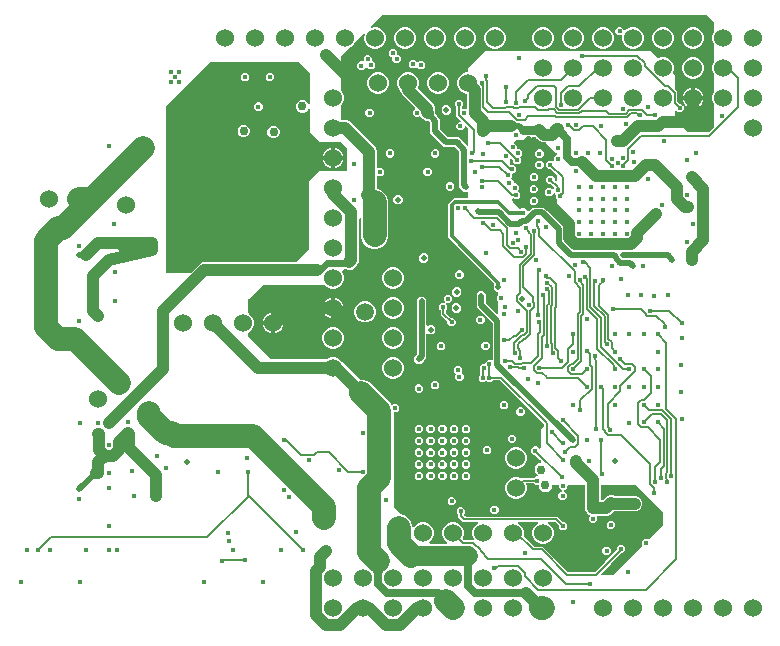
<source format=gbr>
G04 EAGLE Gerber RS-274X export*
G75*
%MOMM*%
%FSLAX34Y34*%
%LPD*%
%INCopper Layer 15*%
%IPPOS*%
%AMOC8*
5,1,8,0,0,1.08239X$1,22.5*%
G01*
%ADD10C,1.530000*%
%ADD11C,1.524000*%
%ADD12C,0.403200*%
%ADD13C,0.750000*%
%ADD14C,1.000000*%
%ADD15C,0.500000*%
%ADD16C,0.200000*%
%ADD17C,0.150000*%
%ADD18C,1.500000*%
%ADD19C,2.000000*%
%ADD20C,0.700000*%
%ADD21C,0.503200*%
%ADD22C,0.800000*%
%ADD23C,1.700000*%
%ADD24C,0.600000*%
%ADD25C,0.300000*%

G36*
X516096Y53267D02*
X516096Y53267D01*
X516193Y53276D01*
X516216Y53286D01*
X516241Y53290D01*
X516327Y53336D01*
X516416Y53377D01*
X516441Y53398D01*
X516456Y53405D01*
X516473Y53424D01*
X516530Y53470D01*
X541013Y77954D01*
X541028Y77974D01*
X541046Y77989D01*
X541098Y78072D01*
X541155Y78152D01*
X541163Y78175D01*
X541175Y78196D01*
X541198Y78292D01*
X541226Y78386D01*
X541226Y78410D01*
X541231Y78434D01*
X541222Y78531D01*
X541218Y78629D01*
X541210Y78652D01*
X541207Y78677D01*
X541167Y78766D01*
X541133Y78858D01*
X541117Y78877D01*
X541107Y78899D01*
X541013Y79013D01*
X540983Y79043D01*
X540983Y81957D01*
X543043Y84017D01*
X545957Y84017D01*
X545987Y83987D01*
X546007Y83972D01*
X546022Y83954D01*
X546105Y83902D01*
X546185Y83845D01*
X546208Y83837D01*
X546229Y83825D01*
X546325Y83802D01*
X546419Y83774D01*
X546443Y83774D01*
X546467Y83769D01*
X546564Y83778D01*
X546662Y83782D01*
X546685Y83790D01*
X546710Y83793D01*
X546799Y83833D01*
X546891Y83867D01*
X546910Y83883D01*
X546932Y83893D01*
X547046Y83987D01*
X558530Y95470D01*
X558587Y95550D01*
X558649Y95625D01*
X558657Y95648D01*
X558672Y95669D01*
X558700Y95762D01*
X558735Y95853D01*
X558738Y95886D01*
X558743Y95902D01*
X558742Y95927D01*
X558749Y96000D01*
X558749Y106500D01*
X558733Y106596D01*
X558724Y106693D01*
X558714Y106716D01*
X558710Y106741D01*
X558664Y106827D01*
X558623Y106916D01*
X558602Y106941D01*
X558595Y106956D01*
X558576Y106973D01*
X558530Y107030D01*
X536030Y129530D01*
X535950Y129587D01*
X535875Y129649D01*
X535852Y129657D01*
X535831Y129672D01*
X535738Y129700D01*
X535647Y129735D01*
X535614Y129738D01*
X535598Y129743D01*
X535573Y129742D01*
X535500Y129749D01*
X506950Y129749D01*
X506926Y129745D01*
X506901Y129748D01*
X506806Y129726D01*
X506709Y129710D01*
X506688Y129698D01*
X506664Y129692D01*
X506580Y129641D01*
X506494Y129595D01*
X506477Y129577D01*
X506456Y129564D01*
X506394Y129488D01*
X506327Y129417D01*
X506317Y129394D01*
X506301Y129375D01*
X506267Y129284D01*
X506226Y129194D01*
X506224Y129170D01*
X506215Y129147D01*
X506201Y129000D01*
X506201Y126707D01*
X506158Y126603D01*
X506141Y126532D01*
X506115Y126463D01*
X506108Y126390D01*
X506102Y126366D01*
X506104Y126349D01*
X506101Y126316D01*
X506101Y117150D01*
X506105Y117126D01*
X506102Y117101D01*
X506124Y117006D01*
X506140Y116909D01*
X506152Y116888D01*
X506158Y116864D01*
X506209Y116780D01*
X506255Y116694D01*
X506273Y116677D01*
X506286Y116656D01*
X506362Y116594D01*
X506433Y116527D01*
X506456Y116517D01*
X506475Y116501D01*
X506566Y116467D01*
X506656Y116426D01*
X506680Y116424D01*
X506703Y116415D01*
X506850Y116401D01*
X507397Y116401D01*
X507493Y116417D01*
X507590Y116426D01*
X507613Y116436D01*
X507638Y116440D01*
X507724Y116486D01*
X507813Y116527D01*
X507838Y116548D01*
X507853Y116555D01*
X507870Y116574D01*
X507927Y116620D01*
X511418Y120111D01*
X513807Y121101D01*
X516393Y121101D01*
X518428Y120258D01*
X518499Y120241D01*
X518568Y120215D01*
X518642Y120208D01*
X518666Y120202D01*
X518682Y120204D01*
X518715Y120201D01*
X536093Y120201D01*
X538482Y119211D01*
X540311Y117382D01*
X541301Y114993D01*
X541301Y112407D01*
X540311Y110018D01*
X538482Y108189D01*
X536093Y107199D01*
X517203Y107199D01*
X517107Y107183D01*
X517010Y107174D01*
X516987Y107164D01*
X516962Y107160D01*
X516876Y107114D01*
X516787Y107073D01*
X516762Y107052D01*
X516747Y107045D01*
X516745Y107042D01*
X516729Y107026D01*
X516673Y106980D01*
X514082Y104389D01*
X511693Y103399D01*
X503866Y103399D01*
X503842Y103395D01*
X503817Y103398D01*
X503722Y103376D01*
X503625Y103360D01*
X503604Y103348D01*
X503580Y103342D01*
X503496Y103291D01*
X503410Y103245D01*
X503393Y103227D01*
X503372Y103214D01*
X503310Y103138D01*
X503243Y103067D01*
X503233Y103044D01*
X503217Y103025D01*
X503183Y102934D01*
X503142Y102844D01*
X503140Y102820D01*
X503131Y102797D01*
X503117Y102650D01*
X503117Y99543D01*
X501057Y97483D01*
X498143Y97483D01*
X496083Y99543D01*
X496083Y102457D01*
X496608Y102982D01*
X496637Y103021D01*
X496673Y103055D01*
X496707Y103120D01*
X496750Y103180D01*
X496765Y103227D01*
X496788Y103270D01*
X496800Y103343D01*
X496821Y103413D01*
X496820Y103462D01*
X496828Y103511D01*
X496816Y103584D01*
X496813Y103657D01*
X496796Y103703D01*
X496788Y103752D01*
X496753Y103817D01*
X496727Y103886D01*
X496696Y103924D01*
X496673Y103967D01*
X496620Y104017D01*
X496573Y104074D01*
X496531Y104100D01*
X496495Y104134D01*
X496366Y104203D01*
X496365Y104203D01*
X496365Y104204D01*
X495918Y104389D01*
X494089Y106218D01*
X493099Y108607D01*
X493099Y129000D01*
X493095Y129024D01*
X493098Y129049D01*
X493076Y129144D01*
X493060Y129241D01*
X493048Y129262D01*
X493042Y129286D01*
X492991Y129370D01*
X492945Y129456D01*
X492927Y129473D01*
X492914Y129494D01*
X492838Y129556D01*
X492767Y129623D01*
X492744Y129633D01*
X492725Y129649D01*
X492634Y129683D01*
X492544Y129724D01*
X492520Y129726D01*
X492497Y129735D01*
X492350Y129749D01*
X478673Y129749D01*
X478649Y129745D01*
X478624Y129748D01*
X478529Y129726D01*
X478432Y129710D01*
X478410Y129698D01*
X478386Y129692D01*
X478303Y129641D01*
X478217Y129595D01*
X478200Y129577D01*
X478179Y129564D01*
X478117Y129488D01*
X478050Y129417D01*
X478040Y129394D01*
X478024Y129375D01*
X477990Y129284D01*
X477949Y129194D01*
X477947Y129170D01*
X477938Y129147D01*
X477923Y129000D01*
X477923Y127250D01*
X475863Y125190D01*
X475592Y125190D01*
X475520Y125178D01*
X475446Y125176D01*
X475400Y125158D01*
X475352Y125150D01*
X475287Y125116D01*
X475218Y125090D01*
X475180Y125058D01*
X475136Y125035D01*
X475086Y124982D01*
X475029Y124935D01*
X475003Y124893D01*
X474969Y124857D01*
X474939Y124790D01*
X474900Y124728D01*
X474889Y124680D01*
X474869Y124635D01*
X474861Y124562D01*
X474845Y124490D01*
X474849Y124441D01*
X474845Y124392D01*
X474861Y124321D01*
X474868Y124247D01*
X474889Y124203D01*
X474900Y124154D01*
X474939Y124092D01*
X474969Y124025D01*
X475015Y123968D01*
X475029Y123947D01*
X475037Y123940D01*
X475040Y123936D01*
X475046Y123930D01*
X475063Y123911D01*
X477217Y121757D01*
X477217Y118843D01*
X475157Y116783D01*
X472243Y116783D01*
X470183Y118843D01*
X470183Y121757D01*
X472243Y123817D01*
X472514Y123817D01*
X472587Y123829D01*
X472660Y123831D01*
X472706Y123848D01*
X472755Y123856D01*
X472820Y123891D01*
X472889Y123917D01*
X472927Y123948D01*
X472970Y123971D01*
X473021Y124025D01*
X473077Y124072D01*
X473103Y124114D01*
X473137Y124149D01*
X473168Y124216D01*
X473206Y124279D01*
X473218Y124327D01*
X473238Y124372D01*
X473245Y124445D01*
X473262Y124516D01*
X473257Y124565D01*
X473262Y124615D01*
X473245Y124686D01*
X473238Y124759D01*
X473218Y124804D01*
X473207Y124852D01*
X473168Y124915D01*
X473138Y124982D01*
X473091Y125038D01*
X473078Y125060D01*
X473065Y125070D01*
X473044Y125096D01*
X470890Y127250D01*
X470890Y129000D01*
X470886Y129024D01*
X470888Y129049D01*
X470866Y129144D01*
X470850Y129241D01*
X470839Y129262D01*
X470833Y129286D01*
X470781Y129370D01*
X470735Y129456D01*
X470717Y129473D01*
X470704Y129494D01*
X470629Y129556D01*
X470557Y129623D01*
X470535Y129633D01*
X470516Y129649D01*
X470424Y129683D01*
X470335Y129724D01*
X470311Y129726D01*
X470288Y129735D01*
X470141Y129749D01*
X465134Y129749D01*
X465110Y129745D01*
X465085Y129748D01*
X464990Y129726D01*
X464893Y129710D01*
X464872Y129698D01*
X464848Y129692D01*
X464764Y129641D01*
X464678Y129595D01*
X464661Y129577D01*
X464640Y129564D01*
X464578Y129488D01*
X464511Y129417D01*
X464501Y129394D01*
X464485Y129375D01*
X464451Y129284D01*
X464410Y129194D01*
X464408Y129170D01*
X464399Y129147D01*
X464385Y129000D01*
X464385Y126925D01*
X461309Y123849D01*
X456959Y123849D01*
X453883Y126925D01*
X453883Y129034D01*
X453879Y129058D01*
X453882Y129083D01*
X453860Y129178D01*
X453844Y129275D01*
X453832Y129296D01*
X453826Y129320D01*
X453775Y129404D01*
X453729Y129490D01*
X453711Y129507D01*
X453698Y129528D01*
X453622Y129590D01*
X453551Y129657D01*
X453528Y129667D01*
X453509Y129683D01*
X453418Y129717D01*
X453328Y129758D01*
X453304Y129760D01*
X453281Y129769D01*
X453134Y129783D01*
X450855Y129783D01*
X449809Y130830D01*
X449729Y130887D01*
X449654Y130949D01*
X449631Y130957D01*
X449610Y130972D01*
X449517Y131000D01*
X449426Y131035D01*
X449393Y131038D01*
X449377Y131043D01*
X449352Y131042D01*
X449279Y131049D01*
X443656Y131049D01*
X443608Y131041D01*
X443559Y131043D01*
X443488Y131022D01*
X443416Y131010D01*
X443372Y130986D01*
X443325Y130972D01*
X443265Y130929D01*
X443200Y130895D01*
X443167Y130859D01*
X443127Y130830D01*
X443084Y130770D01*
X443033Y130717D01*
X443013Y130672D01*
X442985Y130632D01*
X442963Y130561D01*
X442933Y130494D01*
X442928Y130445D01*
X442914Y130399D01*
X442916Y130325D01*
X442909Y130251D01*
X442920Y130204D01*
X442921Y130155D01*
X442964Y130015D01*
X442964Y130014D01*
X442964Y130013D01*
X443461Y128814D01*
X443461Y125186D01*
X442072Y121834D01*
X439506Y119268D01*
X436154Y117879D01*
X432526Y117879D01*
X429174Y119268D01*
X426608Y121834D01*
X425219Y125186D01*
X425219Y128814D01*
X426608Y132166D01*
X429174Y134732D01*
X432526Y136121D01*
X436154Y136121D01*
X438607Y135105D01*
X438732Y135076D01*
X438845Y135049D01*
X438974Y135062D01*
X439087Y135073D01*
X439088Y135073D01*
X439199Y135123D01*
X439310Y135173D01*
X439310Y135174D01*
X439311Y135174D01*
X439424Y135267D01*
X439708Y135551D01*
X449279Y135551D01*
X449375Y135567D01*
X449472Y135576D01*
X449495Y135586D01*
X449520Y135590D01*
X449606Y135636D01*
X449695Y135677D01*
X449720Y135698D01*
X449735Y135705D01*
X449752Y135724D01*
X449809Y135770D01*
X450855Y136817D01*
X451883Y136817D01*
X451955Y136829D01*
X452029Y136831D01*
X452075Y136848D01*
X452124Y136856D01*
X452188Y136891D01*
X452257Y136917D01*
X452295Y136948D01*
X452339Y136971D01*
X452389Y137025D01*
X452446Y137072D01*
X452472Y137114D01*
X452506Y137149D01*
X452536Y137216D01*
X452575Y137279D01*
X452586Y137327D01*
X452606Y137372D01*
X452614Y137445D01*
X452630Y137516D01*
X452626Y137565D01*
X452630Y137615D01*
X452614Y137686D01*
X452607Y137759D01*
X452586Y137804D01*
X452575Y137852D01*
X452536Y137915D01*
X452506Y137982D01*
X452460Y138038D01*
X452447Y138060D01*
X452434Y138070D01*
X452413Y138096D01*
X450083Y140425D01*
X450083Y144775D01*
X453159Y147851D01*
X454500Y147851D01*
X454524Y147855D01*
X454549Y147852D01*
X454644Y147874D01*
X454741Y147890D01*
X454762Y147902D01*
X454786Y147908D01*
X454870Y147959D01*
X454956Y148005D01*
X454973Y148023D01*
X454994Y148036D01*
X455056Y148112D01*
X455123Y148183D01*
X455133Y148206D01*
X455149Y148225D01*
X455183Y148316D01*
X455224Y148406D01*
X455226Y148430D01*
X455235Y148453D01*
X455249Y148600D01*
X455249Y150204D01*
X455233Y150300D01*
X455224Y150397D01*
X455214Y150420D01*
X455210Y150445D01*
X455164Y150531D01*
X455123Y150619D01*
X455102Y150645D01*
X455095Y150660D01*
X455076Y150677D01*
X455030Y150734D01*
X450800Y154964D01*
X450720Y155021D01*
X450645Y155083D01*
X450622Y155091D01*
X450601Y155106D01*
X450508Y155134D01*
X450417Y155169D01*
X450384Y155172D01*
X450368Y155177D01*
X450343Y155176D01*
X450270Y155183D01*
X449277Y155183D01*
X447217Y157243D01*
X447217Y160157D01*
X449277Y162217D01*
X452191Y162217D01*
X453970Y160437D01*
X454030Y160394D01*
X454084Y160344D01*
X454128Y160324D01*
X454169Y160295D01*
X454239Y160274D01*
X454306Y160243D01*
X454355Y160239D01*
X454402Y160224D01*
X454475Y160227D01*
X454549Y160219D01*
X454597Y160231D01*
X454646Y160232D01*
X454715Y160258D01*
X454786Y160275D01*
X454828Y160301D01*
X454874Y160318D01*
X454931Y160365D01*
X454994Y160403D01*
X455025Y160441D01*
X455063Y160473D01*
X455102Y160535D01*
X455149Y160592D01*
X455166Y160638D01*
X455192Y160680D01*
X455209Y160751D01*
X455235Y160820D01*
X455242Y160893D01*
X455248Y160917D01*
X455246Y160934D01*
X455249Y160967D01*
X455249Y176690D01*
X457830Y179270D01*
X457887Y179350D01*
X457949Y179425D01*
X457957Y179448D01*
X457972Y179469D01*
X458000Y179562D01*
X458035Y179653D01*
X458038Y179686D01*
X458043Y179702D01*
X458042Y179727D01*
X458049Y179800D01*
X458049Y180640D01*
X458046Y180658D01*
X458048Y180672D01*
X458035Y180727D01*
X458033Y180736D01*
X458024Y180833D01*
X458014Y180856D01*
X458010Y180881D01*
X457964Y180967D01*
X457923Y181055D01*
X457902Y181081D01*
X457895Y181096D01*
X457876Y181113D01*
X457830Y181170D01*
X421004Y217996D01*
X420924Y218053D01*
X420849Y218115D01*
X420826Y218123D01*
X420805Y218138D01*
X420712Y218166D01*
X420621Y218201D01*
X420588Y218204D01*
X420572Y218209D01*
X420547Y218208D01*
X420474Y218215D01*
X414997Y218215D01*
X414901Y218199D01*
X414804Y218190D01*
X414781Y218180D01*
X414756Y218176D01*
X414670Y218130D01*
X414581Y218089D01*
X414556Y218068D01*
X414541Y218061D01*
X414524Y218042D01*
X414467Y217996D01*
X413189Y216717D01*
X410275Y216717D01*
X409496Y217497D01*
X409476Y217511D01*
X409460Y217530D01*
X409377Y217582D01*
X409297Y217639D01*
X409274Y217646D01*
X409253Y217659D01*
X409158Y217681D01*
X409064Y217710D01*
X409039Y217709D01*
X409016Y217715D01*
X408918Y217705D01*
X408820Y217702D01*
X408797Y217693D01*
X408773Y217691D01*
X408683Y217651D01*
X408592Y217616D01*
X408573Y217601D01*
X408550Y217590D01*
X408436Y217497D01*
X407657Y216717D01*
X404743Y216717D01*
X402683Y218777D01*
X402683Y221691D01*
X403530Y222537D01*
X403587Y222616D01*
X403649Y222692D01*
X403657Y222715D01*
X403672Y222736D01*
X403700Y222829D01*
X403735Y222920D01*
X403738Y222953D01*
X403743Y222969D01*
X403742Y222994D01*
X403749Y223067D01*
X403749Y226733D01*
X403733Y226829D01*
X403724Y226926D01*
X403714Y226949D01*
X403710Y226974D01*
X403664Y227060D01*
X403623Y227149D01*
X403602Y227174D01*
X403595Y227189D01*
X403576Y227206D01*
X403530Y227263D01*
X403483Y227309D01*
X403483Y230223D01*
X405543Y232283D01*
X407557Y232283D01*
X407582Y232287D01*
X407606Y232284D01*
X407701Y232306D01*
X407798Y232322D01*
X407820Y232334D01*
X407844Y232340D01*
X407927Y232391D01*
X408013Y232437D01*
X408030Y232455D01*
X408051Y232468D01*
X408113Y232544D01*
X408180Y232615D01*
X408190Y232638D01*
X408206Y232657D01*
X408241Y232748D01*
X408281Y232838D01*
X408283Y232862D01*
X408292Y232885D01*
X408307Y233032D01*
X408307Y233223D01*
X410367Y235283D01*
X413297Y235283D01*
X413297Y235282D01*
X413351Y235232D01*
X413396Y235212D01*
X413436Y235183D01*
X413506Y235162D01*
X413573Y235131D01*
X413622Y235126D01*
X413669Y235112D01*
X413743Y235114D01*
X413816Y235107D01*
X413864Y235118D01*
X413913Y235120D01*
X413982Y235146D01*
X414054Y235162D01*
X414096Y235189D01*
X414142Y235206D01*
X414199Y235252D01*
X414261Y235291D01*
X414292Y235329D01*
X414330Y235361D01*
X414369Y235423D01*
X414416Y235480D01*
X414433Y235526D01*
X414459Y235568D01*
X414476Y235639D01*
X414502Y235708D01*
X414509Y235781D01*
X414515Y235805D01*
X414513Y235822D01*
X414517Y235855D01*
X414517Y266415D01*
X414501Y266511D01*
X414491Y266608D01*
X414481Y266631D01*
X414477Y266656D01*
X414431Y266742D01*
X414391Y266831D01*
X414370Y266856D01*
X414362Y266871D01*
X414344Y266888D01*
X414297Y266945D01*
X400999Y280243D01*
X400999Y287810D01*
X400983Y287906D01*
X400974Y288003D01*
X400964Y288026D01*
X400960Y288051D01*
X400913Y288137D01*
X400883Y288204D01*
X400883Y291564D01*
X403236Y293917D01*
X406564Y293917D01*
X409001Y291480D01*
X409001Y283868D01*
X409017Y283771D01*
X409026Y283674D01*
X409036Y283652D01*
X409040Y283627D01*
X409086Y283541D01*
X409127Y283452D01*
X409148Y283426D01*
X409155Y283412D01*
X409174Y283395D01*
X409220Y283338D01*
X417970Y274588D01*
X418030Y274545D01*
X418084Y274495D01*
X418128Y274474D01*
X418169Y274446D01*
X418239Y274424D01*
X418306Y274394D01*
X418355Y274389D01*
X418402Y274375D01*
X418475Y274377D01*
X418549Y274370D01*
X418597Y274381D01*
X418646Y274383D01*
X418715Y274408D01*
X418786Y274425D01*
X418828Y274451D01*
X418874Y274468D01*
X418931Y274515D01*
X418994Y274554D01*
X419025Y274592D01*
X419063Y274623D01*
X419102Y274685D01*
X419149Y274742D01*
X419166Y274788D01*
X419192Y274830D01*
X419209Y274902D01*
X419235Y274971D01*
X419242Y275044D01*
X419248Y275068D01*
X419246Y275084D01*
X419249Y275117D01*
X419249Y284867D01*
X419233Y284963D01*
X419224Y285060D01*
X419214Y285083D01*
X419210Y285108D01*
X419164Y285194D01*
X419123Y285283D01*
X419102Y285308D01*
X419095Y285323D01*
X419076Y285340D01*
X419030Y285397D01*
X417983Y286443D01*
X417983Y289357D01*
X419030Y290403D01*
X419087Y290482D01*
X419149Y290558D01*
X419157Y290581D01*
X419172Y290602D01*
X419200Y290695D01*
X419235Y290786D01*
X419238Y290819D01*
X419243Y290835D01*
X419242Y290860D01*
X419249Y290933D01*
X419249Y292334D01*
X419245Y292358D01*
X419248Y292383D01*
X419226Y292478D01*
X419210Y292575D01*
X419198Y292596D01*
X419192Y292620D01*
X419141Y292704D01*
X419095Y292790D01*
X419077Y292807D01*
X419064Y292828D01*
X418988Y292890D01*
X418917Y292957D01*
X418894Y292967D01*
X418875Y292983D01*
X418784Y293017D01*
X418694Y293058D01*
X418670Y293060D01*
X418647Y293069D01*
X418500Y293083D01*
X417836Y293083D01*
X415483Y295436D01*
X415483Y298764D01*
X415811Y299092D01*
X415825Y299112D01*
X415844Y299127D01*
X415896Y299210D01*
X415953Y299290D01*
X415961Y299314D01*
X415973Y299334D01*
X415996Y299430D01*
X416024Y299524D01*
X416023Y299548D01*
X416029Y299572D01*
X416020Y299669D01*
X416016Y299767D01*
X416008Y299790D01*
X416005Y299815D01*
X415965Y299904D01*
X415931Y299996D01*
X415915Y300015D01*
X415905Y300037D01*
X415811Y300151D01*
X379061Y336902D01*
X377083Y338879D01*
X377083Y367721D01*
X381779Y372417D01*
X393000Y372417D01*
X393024Y372421D01*
X393049Y372418D01*
X393144Y372440D01*
X393241Y372456D01*
X393262Y372468D01*
X393286Y372474D01*
X393370Y372525D01*
X393456Y372571D01*
X393473Y372589D01*
X393494Y372602D01*
X393556Y372678D01*
X393623Y372749D01*
X393633Y372772D01*
X393649Y372791D01*
X393683Y372882D01*
X393724Y372972D01*
X393726Y372996D01*
X393735Y373019D01*
X393749Y373166D01*
X393749Y377166D01*
X393745Y377190D01*
X393748Y377215D01*
X393726Y377310D01*
X393710Y377407D01*
X393698Y377428D01*
X393692Y377452D01*
X393641Y377536D01*
X393595Y377622D01*
X393577Y377639D01*
X393564Y377660D01*
X393488Y377722D01*
X393417Y377789D01*
X393394Y377799D01*
X393375Y377815D01*
X393284Y377849D01*
X393194Y377890D01*
X393170Y377892D01*
X393147Y377901D01*
X393000Y377915D01*
X390636Y377915D01*
X388159Y380392D01*
X388157Y380396D01*
X388136Y380422D01*
X388129Y380436D01*
X388110Y380453D01*
X388064Y380510D01*
X386399Y382175D01*
X386399Y411432D01*
X386383Y411529D01*
X386374Y411626D01*
X386364Y411648D01*
X386360Y411673D01*
X386314Y411759D01*
X386273Y411848D01*
X386252Y411874D01*
X386245Y411888D01*
X386226Y411905D01*
X386180Y411962D01*
X382562Y415580D01*
X382483Y415637D01*
X382408Y415699D01*
X382384Y415707D01*
X382364Y415722D01*
X382271Y415750D01*
X382179Y415785D01*
X382146Y415788D01*
X382130Y415793D01*
X382106Y415792D01*
X382032Y415799D01*
X373543Y415799D01*
X361899Y427443D01*
X361899Y436132D01*
X361896Y436151D01*
X361898Y436166D01*
X361884Y436225D01*
X361883Y436229D01*
X361874Y436326D01*
X361864Y436348D01*
X361860Y436373D01*
X361813Y436459D01*
X361773Y436548D01*
X361752Y436574D01*
X361745Y436588D01*
X361726Y436605D01*
X361680Y436662D01*
X360562Y437780D01*
X360483Y437837D01*
X360408Y437899D01*
X360384Y437907D01*
X360364Y437922D01*
X360271Y437950D01*
X360179Y437985D01*
X360147Y437988D01*
X360131Y437993D01*
X360106Y437992D01*
X360033Y437999D01*
X358207Y437999D01*
X355818Y438989D01*
X353491Y441315D01*
X353489Y441318D01*
X353472Y441364D01*
X353425Y441421D01*
X353387Y441484D01*
X353349Y441515D01*
X353317Y441553D01*
X353255Y441592D01*
X353198Y441639D01*
X353152Y441656D01*
X353110Y441682D01*
X353039Y441699D01*
X352970Y441725D01*
X352920Y441726D01*
X352873Y441738D01*
X352799Y441730D01*
X352726Y441733D01*
X352679Y441719D01*
X352630Y441714D01*
X352563Y441684D01*
X352492Y441662D01*
X352452Y441634D01*
X352407Y441613D01*
X352295Y441521D01*
X352294Y441520D01*
X352293Y441520D01*
X351957Y441183D01*
X349043Y441183D01*
X346983Y443243D01*
X346983Y446157D01*
X348909Y448082D01*
X348923Y448102D01*
X348942Y448117D01*
X348994Y448201D01*
X349051Y448280D01*
X349058Y448304D01*
X349071Y448324D01*
X349093Y448420D01*
X349122Y448514D01*
X349121Y448538D01*
X349126Y448562D01*
X349117Y448660D01*
X349114Y448758D01*
X349105Y448781D01*
X349103Y448805D01*
X349062Y448894D01*
X349028Y448986D01*
X349012Y449005D01*
X349002Y449027D01*
X348909Y449142D01*
X337389Y460661D01*
X336399Y463050D01*
X336399Y463149D01*
X336383Y463246D01*
X336374Y463343D01*
X336364Y463365D01*
X336360Y463390D01*
X336314Y463476D01*
X336273Y463565D01*
X336252Y463591D01*
X336245Y463605D01*
X336226Y463622D01*
X336180Y463679D01*
X335142Y464717D01*
X333749Y468080D01*
X333749Y471720D01*
X335142Y475083D01*
X337717Y477658D01*
X341080Y479051D01*
X344720Y479051D01*
X348083Y477658D01*
X350658Y475083D01*
X352051Y471720D01*
X352051Y468080D01*
X351160Y465931D01*
X351131Y465806D01*
X351105Y465693D01*
X351118Y465564D01*
X351129Y465451D01*
X351129Y465450D01*
X351186Y465324D01*
X351229Y465228D01*
X351230Y465228D01*
X351230Y465227D01*
X351323Y465114D01*
X364527Y451910D01*
X365517Y449521D01*
X365517Y447111D01*
X365529Y447038D01*
X365531Y446965D01*
X365552Y446895D01*
X365556Y446870D01*
X365564Y446855D01*
X365574Y446824D01*
X366001Y445793D01*
X366001Y443967D01*
X366017Y443871D01*
X366026Y443774D01*
X366036Y443751D01*
X366040Y443727D01*
X366086Y443641D01*
X366127Y443552D01*
X366148Y443526D01*
X366155Y443512D01*
X366174Y443495D01*
X366220Y443438D01*
X367338Y442320D01*
X369901Y439757D01*
X369901Y431068D01*
X369917Y430971D01*
X369926Y430874D01*
X369936Y430852D01*
X369940Y430827D01*
X369986Y430741D01*
X370027Y430652D01*
X370048Y430626D01*
X370055Y430612D01*
X370074Y430595D01*
X370120Y430538D01*
X376638Y424020D01*
X376717Y423963D01*
X376792Y423901D01*
X376816Y423893D01*
X376836Y423878D01*
X376929Y423850D01*
X377021Y423815D01*
X377054Y423812D01*
X377070Y423807D01*
X377094Y423808D01*
X377168Y423801D01*
X385657Y423801D01*
X392470Y416988D01*
X392530Y416945D01*
X392584Y416895D01*
X392628Y416874D01*
X392669Y416846D01*
X392739Y416824D01*
X392806Y416794D01*
X392855Y416789D01*
X392902Y416775D01*
X392975Y416777D01*
X393049Y416770D01*
X393097Y416781D01*
X393146Y416783D01*
X393215Y416808D01*
X393286Y416825D01*
X393328Y416851D01*
X393374Y416868D01*
X393431Y416915D01*
X393494Y416954D01*
X393525Y416992D01*
X393563Y417023D01*
X393602Y417085D01*
X393649Y417142D01*
X393666Y417188D01*
X393692Y417230D01*
X393709Y417302D01*
X393735Y417371D01*
X393742Y417444D01*
X393748Y417468D01*
X393746Y417484D01*
X393749Y417517D01*
X393749Y431424D01*
X393733Y431521D01*
X393724Y431618D01*
X393714Y431640D01*
X393710Y431665D01*
X393664Y431751D01*
X393623Y431840D01*
X393602Y431866D01*
X393595Y431880D01*
X393576Y431897D01*
X393530Y431954D01*
X392096Y433388D01*
X392036Y433431D01*
X391982Y433481D01*
X391938Y433502D01*
X391897Y433530D01*
X391827Y433552D01*
X391760Y433582D01*
X391711Y433587D01*
X391664Y433601D01*
X391591Y433599D01*
X391517Y433606D01*
X391469Y433595D01*
X391420Y433593D01*
X391351Y433567D01*
X391280Y433551D01*
X391238Y433525D01*
X391192Y433507D01*
X391135Y433461D01*
X391072Y433422D01*
X391041Y433384D01*
X391003Y433353D01*
X390964Y433290D01*
X390917Y433234D01*
X390900Y433188D01*
X390874Y433146D01*
X390857Y433074D01*
X390831Y433005D01*
X390824Y432932D01*
X390818Y432908D01*
X390820Y432891D01*
X390817Y432858D01*
X390817Y431743D01*
X388757Y429683D01*
X385843Y429683D01*
X383783Y431743D01*
X383783Y434657D01*
X385843Y436717D01*
X386958Y436717D01*
X387031Y436729D01*
X387104Y436731D01*
X387150Y436748D01*
X387199Y436756D01*
X387264Y436791D01*
X387333Y436817D01*
X387371Y436848D01*
X387414Y436871D01*
X387465Y436925D01*
X387521Y436972D01*
X387547Y437013D01*
X387581Y437049D01*
X387612Y437116D01*
X387650Y437179D01*
X387662Y437227D01*
X387682Y437272D01*
X387689Y437345D01*
X387706Y437416D01*
X387701Y437465D01*
X387706Y437515D01*
X387689Y437586D01*
X387682Y437659D01*
X387662Y437704D01*
X387651Y437752D01*
X387612Y437815D01*
X387582Y437882D01*
X387535Y437938D01*
X387522Y437960D01*
X387509Y437970D01*
X387488Y437996D01*
X383783Y441701D01*
X383783Y449533D01*
X383767Y449629D01*
X383758Y449726D01*
X383748Y449749D01*
X383744Y449774D01*
X383698Y449860D01*
X383657Y449949D01*
X383636Y449974D01*
X383629Y449989D01*
X383610Y450006D01*
X383564Y450063D01*
X382783Y450843D01*
X382783Y453757D01*
X384843Y455817D01*
X387757Y455817D01*
X389817Y453757D01*
X389817Y450843D01*
X388504Y449531D01*
X388447Y449452D01*
X388385Y449376D01*
X388377Y449353D01*
X388362Y449332D01*
X388334Y449239D01*
X388299Y449148D01*
X388296Y449115D01*
X388291Y449099D01*
X388292Y449074D01*
X388285Y449001D01*
X388285Y448666D01*
X388289Y448642D01*
X388286Y448617D01*
X388308Y448522D01*
X388324Y448425D01*
X388336Y448404D01*
X388342Y448380D01*
X388393Y448296D01*
X388439Y448210D01*
X388457Y448193D01*
X388470Y448172D01*
X388546Y448110D01*
X388617Y448043D01*
X388640Y448033D01*
X388659Y448017D01*
X388750Y447983D01*
X388840Y447942D01*
X388864Y447940D01*
X388887Y447931D01*
X389034Y447917D01*
X391771Y447917D01*
X391780Y447910D01*
X391834Y447860D01*
X391878Y447840D01*
X391918Y447811D01*
X391989Y447790D01*
X392056Y447759D01*
X392105Y447754D01*
X392152Y447740D01*
X392225Y447743D01*
X392299Y447735D01*
X392347Y447746D01*
X392396Y447748D01*
X392465Y447774D01*
X392536Y447791D01*
X392578Y447817D01*
X392624Y447834D01*
X392681Y447880D01*
X392744Y447919D01*
X392775Y447957D01*
X392813Y447989D01*
X392852Y448051D01*
X392899Y448108D01*
X392916Y448154D01*
X392942Y448196D01*
X392959Y448267D01*
X392985Y448336D01*
X392992Y448409D01*
X392998Y448433D01*
X392996Y448450D01*
X392999Y448483D01*
X392999Y460000D01*
X392995Y460024D01*
X392998Y460049D01*
X392976Y460144D01*
X392960Y460241D01*
X392948Y460262D01*
X392942Y460286D01*
X392891Y460370D01*
X392845Y460456D01*
X392827Y460473D01*
X392814Y460494D01*
X392738Y460556D01*
X392667Y460623D01*
X392644Y460633D01*
X392625Y460649D01*
X392534Y460683D01*
X392444Y460724D01*
X392420Y460726D01*
X392397Y460735D01*
X392250Y460749D01*
X391880Y460749D01*
X388517Y462142D01*
X385942Y464717D01*
X384549Y468080D01*
X384549Y471720D01*
X385942Y475083D01*
X388517Y477658D01*
X391880Y479051D01*
X393000Y479051D01*
X393024Y479055D01*
X393049Y479052D01*
X393144Y479074D01*
X393241Y479090D01*
X393262Y479102D01*
X393286Y479108D01*
X393370Y479159D01*
X393456Y479205D01*
X393473Y479223D01*
X393494Y479236D01*
X393556Y479312D01*
X393623Y479383D01*
X393633Y479406D01*
X393649Y479425D01*
X393683Y479516D01*
X393724Y479606D01*
X393726Y479630D01*
X393735Y479653D01*
X393749Y479800D01*
X393749Y482690D01*
X408310Y497251D01*
X548690Y497251D01*
X554653Y491287D01*
X554760Y491211D01*
X554851Y491146D01*
X554851Y491145D01*
X554953Y491115D01*
X555084Y491075D01*
X555085Y491074D01*
X555209Y491079D01*
X555328Y491082D01*
X555329Y491082D01*
X555330Y491083D01*
X555469Y491125D01*
X556980Y491751D01*
X560620Y491751D01*
X563983Y490358D01*
X566558Y487783D01*
X567951Y484420D01*
X567951Y480780D01*
X567325Y479269D01*
X567294Y479136D01*
X567270Y479032D01*
X567282Y478907D01*
X567293Y478789D01*
X567294Y478789D01*
X567348Y478668D01*
X567394Y478567D01*
X567395Y478566D01*
X567488Y478453D01*
X569251Y476690D01*
X569251Y464243D01*
X569267Y464147D01*
X569276Y464050D01*
X569286Y464027D01*
X569290Y464003D01*
X569336Y463916D01*
X569377Y463828D01*
X569398Y463802D01*
X569405Y463787D01*
X569424Y463770D01*
X569470Y463714D01*
X570951Y462233D01*
X570951Y454309D01*
X570967Y454212D01*
X570976Y454115D01*
X570986Y454093D01*
X570990Y454068D01*
X571036Y453982D01*
X571077Y453893D01*
X571098Y453867D01*
X571105Y453853D01*
X571124Y453836D01*
X571170Y453779D01*
X572313Y452636D01*
X572392Y452579D01*
X572467Y452517D01*
X572491Y452509D01*
X572511Y452494D01*
X572605Y452466D01*
X572696Y452431D01*
X572729Y452428D01*
X572745Y452423D01*
X572770Y452424D01*
X572843Y452417D01*
X574323Y452417D01*
X576009Y450730D01*
X576049Y450702D01*
X576083Y450666D01*
X576148Y450631D01*
X576208Y450588D01*
X576255Y450574D01*
X576298Y450551D01*
X576371Y450539D01*
X576383Y450535D01*
X576383Y447443D01*
X574323Y445383D01*
X571409Y445383D01*
X570530Y446263D01*
X570470Y446306D01*
X570417Y446356D01*
X570372Y446376D01*
X570331Y446405D01*
X570261Y446426D01*
X570194Y446457D01*
X570145Y446461D01*
X570098Y446476D01*
X570025Y446473D01*
X569951Y446481D01*
X569903Y446469D01*
X569854Y446468D01*
X569785Y446442D01*
X569714Y446425D01*
X569672Y446399D01*
X569626Y446382D01*
X569569Y446335D01*
X569506Y446297D01*
X569475Y446259D01*
X569437Y446227D01*
X569398Y446165D01*
X569352Y446108D01*
X569334Y446062D01*
X569308Y446020D01*
X569291Y445949D01*
X569265Y445880D01*
X569258Y445807D01*
X569252Y445783D01*
X569254Y445766D01*
X569251Y445733D01*
X569251Y439500D01*
X569267Y439404D01*
X569276Y439307D01*
X569286Y439284D01*
X569290Y439259D01*
X569336Y439173D01*
X569377Y439084D01*
X569398Y439059D01*
X569405Y439044D01*
X569424Y439027D01*
X569470Y438970D01*
X579970Y428470D01*
X580050Y428413D01*
X580125Y428352D01*
X580148Y428343D01*
X580169Y428328D01*
X580262Y428300D01*
X580353Y428265D01*
X580386Y428262D01*
X580402Y428257D01*
X580427Y428258D01*
X580500Y428251D01*
X597357Y428251D01*
X597454Y428267D01*
X597551Y428276D01*
X597573Y428286D01*
X597598Y428290D01*
X597684Y428336D01*
X597773Y428377D01*
X597799Y428398D01*
X597813Y428405D01*
X597830Y428424D01*
X597887Y428470D01*
X602030Y432613D01*
X602077Y432679D01*
X602101Y432704D01*
X602106Y432716D01*
X602149Y432767D01*
X602157Y432791D01*
X602172Y432811D01*
X602200Y432904D01*
X602235Y432996D01*
X602238Y433029D01*
X602243Y433045D01*
X602242Y433070D01*
X602249Y433143D01*
X602249Y451299D01*
X602233Y451396D01*
X602224Y451493D01*
X602214Y451515D01*
X602210Y451540D01*
X602164Y451626D01*
X602123Y451715D01*
X602102Y451741D01*
X602095Y451755D01*
X602076Y451772D01*
X602030Y451829D01*
X601842Y452017D01*
X600449Y455380D01*
X600449Y459020D01*
X601842Y462383D01*
X602030Y462571D01*
X602075Y462633D01*
X602113Y462674D01*
X602121Y462691D01*
X602149Y462725D01*
X602157Y462749D01*
X602172Y462769D01*
X602200Y462863D01*
X602211Y462890D01*
X602213Y462896D01*
X602214Y462898D01*
X602235Y462954D01*
X602238Y462987D01*
X602243Y463003D01*
X602242Y463028D01*
X602249Y463101D01*
X602249Y476699D01*
X602233Y476796D01*
X602224Y476893D01*
X602214Y476915D01*
X602210Y476940D01*
X602164Y477026D01*
X602123Y477115D01*
X602102Y477141D01*
X602095Y477155D01*
X602076Y477172D01*
X602030Y477229D01*
X601842Y477417D01*
X600449Y480780D01*
X600449Y484420D01*
X601842Y487783D01*
X602030Y487971D01*
X602087Y488050D01*
X602149Y488125D01*
X602157Y488149D01*
X602172Y488169D01*
X602200Y488263D01*
X602235Y488354D01*
X602238Y488387D01*
X602243Y488403D01*
X602242Y488428D01*
X602249Y488501D01*
X602249Y502099D01*
X602233Y502196D01*
X602224Y502293D01*
X602214Y502315D01*
X602210Y502340D01*
X602164Y502426D01*
X602123Y502515D01*
X602102Y502541D01*
X602095Y502555D01*
X602076Y502572D01*
X602030Y502629D01*
X601842Y502817D01*
X600449Y506180D01*
X600449Y509820D01*
X601842Y513183D01*
X602030Y513371D01*
X602087Y513450D01*
X602149Y513525D01*
X602157Y513549D01*
X602172Y513569D01*
X602200Y513663D01*
X602235Y513754D01*
X602238Y513787D01*
X602243Y513803D01*
X602242Y513828D01*
X602249Y513901D01*
X602249Y520500D01*
X602233Y520596D01*
X602224Y520693D01*
X602214Y520716D01*
X602210Y520741D01*
X602164Y520827D01*
X602123Y520916D01*
X602102Y520941D01*
X602095Y520956D01*
X602076Y520973D01*
X602030Y521030D01*
X595642Y527418D01*
X595562Y527475D01*
X595487Y527537D01*
X595464Y527545D01*
X595443Y527560D01*
X595350Y527588D01*
X595259Y527623D01*
X595226Y527626D01*
X595210Y527631D01*
X595185Y527630D01*
X595112Y527637D01*
X321388Y527637D01*
X321292Y527621D01*
X321195Y527612D01*
X321172Y527602D01*
X321147Y527598D01*
X321061Y527552D01*
X320972Y527511D01*
X320947Y527490D01*
X320932Y527483D01*
X320915Y527464D01*
X320858Y527418D01*
X311452Y518012D01*
X311395Y517933D01*
X311333Y517857D01*
X311325Y517834D01*
X311310Y517814D01*
X311282Y517720D01*
X311247Y517629D01*
X311247Y517604D01*
X311239Y517580D01*
X311243Y517482D01*
X311239Y517385D01*
X311246Y517361D01*
X311247Y517336D01*
X311282Y517245D01*
X311310Y517151D01*
X311324Y517131D01*
X311333Y517108D01*
X311395Y517032D01*
X311452Y516953D01*
X311472Y516938D01*
X311488Y516919D01*
X311571Y516867D01*
X311650Y516811D01*
X311674Y516803D01*
X311695Y516790D01*
X311790Y516768D01*
X311884Y516739D01*
X311908Y516740D01*
X311933Y516735D01*
X312030Y516744D01*
X312128Y516747D01*
X312159Y516757D01*
X312175Y516758D01*
X312198Y516769D01*
X312269Y516790D01*
X313140Y517151D01*
X316780Y517151D01*
X320143Y515758D01*
X322718Y513183D01*
X324111Y509820D01*
X324111Y506180D01*
X322718Y502817D01*
X320143Y500242D01*
X316780Y498849D01*
X313140Y498849D01*
X309777Y500242D01*
X307202Y502817D01*
X305809Y506180D01*
X305809Y509820D01*
X306170Y510691D01*
X306192Y510786D01*
X306221Y510880D01*
X306220Y510905D01*
X306225Y510929D01*
X306216Y511026D01*
X306213Y511124D01*
X306204Y511147D01*
X306202Y511172D01*
X306161Y511260D01*
X306127Y511352D01*
X306111Y511371D01*
X306101Y511394D01*
X306034Y511465D01*
X305972Y511541D01*
X305951Y511554D01*
X305934Y511572D01*
X305848Y511618D01*
X305765Y511670D01*
X305741Y511675D01*
X305719Y511687D01*
X305622Y511703D01*
X305527Y511725D01*
X305503Y511723D01*
X305478Y511727D01*
X305382Y511711D01*
X305285Y511702D01*
X305262Y511691D01*
X305238Y511687D01*
X305151Y511641D01*
X305062Y511601D01*
X305037Y511580D01*
X305022Y511573D01*
X305005Y511555D01*
X304948Y511508D01*
X298173Y504733D01*
X298130Y504673D01*
X298080Y504620D01*
X298045Y504554D01*
X298031Y504534D01*
X298026Y504518D01*
X298011Y504490D01*
X297318Y502817D01*
X294743Y500242D01*
X293070Y499549D01*
X293008Y499511D01*
X292942Y499481D01*
X292884Y499434D01*
X292863Y499421D01*
X292853Y499408D01*
X292827Y499387D01*
X285970Y492530D01*
X285913Y492450D01*
X285852Y492375D01*
X285843Y492352D01*
X285828Y492331D01*
X285800Y492238D01*
X285765Y492147D01*
X285762Y492114D01*
X285757Y492098D01*
X285758Y492073D01*
X285751Y492000D01*
X285751Y464101D01*
X285767Y464004D01*
X285776Y463907D01*
X285786Y463885D01*
X285790Y463860D01*
X285836Y463774D01*
X285877Y463685D01*
X285898Y463659D01*
X285905Y463645D01*
X285924Y463628D01*
X285970Y463571D01*
X287158Y462383D01*
X288551Y459020D01*
X288551Y455380D01*
X287158Y452017D01*
X285970Y450829D01*
X285913Y450750D01*
X285852Y450675D01*
X285843Y450651D01*
X285828Y450631D01*
X285800Y450537D01*
X285765Y450446D01*
X285762Y450413D01*
X285757Y450397D01*
X285758Y450372D01*
X285751Y450299D01*
X285751Y439050D01*
X285755Y439026D01*
X285752Y439001D01*
X285775Y438906D01*
X285790Y438809D01*
X285802Y438788D01*
X285808Y438764D01*
X285859Y438680D01*
X285905Y438594D01*
X285923Y438577D01*
X285936Y438556D01*
X286012Y438494D01*
X286084Y438427D01*
X286106Y438417D01*
X286125Y438401D01*
X286216Y438367D01*
X286306Y438326D01*
X286330Y438324D01*
X286353Y438315D01*
X286500Y438301D01*
X290993Y438301D01*
X293382Y437311D01*
X315711Y414982D01*
X316701Y412593D01*
X316701Y398783D01*
X316713Y398710D01*
X316715Y398637D01*
X316732Y398591D01*
X316740Y398542D01*
X316775Y398477D01*
X316801Y398409D01*
X316832Y398371D01*
X316855Y398327D01*
X316909Y398277D01*
X316956Y398220D01*
X316998Y398194D01*
X317033Y398160D01*
X317100Y398130D01*
X317163Y398091D01*
X317211Y398080D01*
X317256Y398059D01*
X317329Y398052D01*
X317400Y398035D01*
X317450Y398040D01*
X317499Y398035D01*
X317570Y398052D01*
X317643Y398059D01*
X317688Y398079D01*
X317736Y398091D01*
X317778Y398117D01*
X320757Y398117D01*
X322817Y396057D01*
X322817Y393143D01*
X320757Y391083D01*
X317789Y391083D01*
X317782Y391089D01*
X317711Y391110D01*
X317644Y391141D01*
X317611Y391144D01*
X317601Y391148D01*
X317581Y391150D01*
X317548Y391160D01*
X317497Y391158D01*
X317454Y391163D01*
X317450Y391163D01*
X317440Y391161D01*
X317401Y391165D01*
X317353Y391154D01*
X317304Y391152D01*
X317240Y391128D01*
X317209Y391123D01*
X317200Y391118D01*
X317164Y391109D01*
X317122Y391083D01*
X317076Y391066D01*
X317024Y391024D01*
X316994Y391008D01*
X316986Y390999D01*
X316956Y390981D01*
X316925Y390943D01*
X316887Y390911D01*
X316854Y390858D01*
X316827Y390830D01*
X316821Y390816D01*
X316801Y390792D01*
X316784Y390746D01*
X316758Y390704D01*
X316745Y390649D01*
X316726Y390608D01*
X316724Y390588D01*
X316715Y390564D01*
X316708Y390491D01*
X316702Y390467D01*
X316704Y390450D01*
X316701Y390417D01*
X316701Y380879D01*
X316726Y380728D01*
X316740Y380639D01*
X316740Y380638D01*
X316804Y380518D01*
X316855Y380423D01*
X316944Y380340D01*
X317033Y380256D01*
X317034Y380256D01*
X317163Y380187D01*
X321115Y378550D01*
X324350Y375315D01*
X326101Y371088D01*
X326101Y338612D01*
X324350Y334385D01*
X321115Y331150D01*
X316888Y329399D01*
X312312Y329399D01*
X308085Y331150D01*
X304850Y334385D01*
X303099Y338612D01*
X303099Y354850D01*
X303087Y354923D01*
X303085Y354996D01*
X303068Y355042D01*
X303060Y355091D01*
X303025Y355156D01*
X302999Y355224D01*
X302968Y355263D01*
X302945Y355306D01*
X302891Y355356D01*
X302844Y355413D01*
X302802Y355439D01*
X302767Y355473D01*
X302700Y355503D01*
X302637Y355542D01*
X302589Y355553D01*
X302544Y355574D01*
X302471Y355581D01*
X302400Y355598D01*
X302351Y355593D01*
X302301Y355598D01*
X302230Y355581D01*
X302157Y355574D01*
X302112Y355554D01*
X302064Y355542D01*
X302001Y355504D01*
X301934Y355473D01*
X301878Y355427D01*
X301856Y355414D01*
X301846Y355401D01*
X301820Y355380D01*
X301240Y354800D01*
X301183Y354720D01*
X301121Y354645D01*
X301113Y354622D01*
X301098Y354601D01*
X301070Y354508D01*
X301035Y354417D01*
X301032Y354384D01*
X301027Y354368D01*
X301028Y354343D01*
X301021Y354270D01*
X301021Y318427D01*
X300031Y316038D01*
X296782Y312789D01*
X294393Y311799D01*
X291807Y311799D01*
X290448Y312362D01*
X290377Y312379D01*
X290308Y312405D01*
X290234Y312412D01*
X290210Y312418D01*
X290194Y312416D01*
X290161Y312419D01*
X290149Y312419D01*
X290140Y312428D01*
X290080Y312471D01*
X290027Y312521D01*
X289962Y312556D01*
X289942Y312570D01*
X289926Y312575D01*
X289897Y312591D01*
X289747Y312653D01*
X289616Y312683D01*
X289510Y312708D01*
X289509Y312708D01*
X289374Y312695D01*
X289267Y312684D01*
X289266Y312684D01*
X289151Y312632D01*
X289045Y312584D01*
X289044Y312584D01*
X289044Y312583D01*
X289043Y312583D01*
X288930Y312490D01*
X287297Y310856D01*
X287213Y310740D01*
X287155Y310658D01*
X287121Y310547D01*
X287084Y310425D01*
X287084Y310424D01*
X287088Y310292D01*
X287091Y310181D01*
X287092Y310181D01*
X287092Y310180D01*
X287134Y310040D01*
X288551Y306620D01*
X288551Y302980D01*
X287158Y299617D01*
X284583Y297042D01*
X281220Y295649D01*
X277580Y295649D01*
X274217Y297042D01*
X272229Y299030D01*
X272150Y299087D01*
X272075Y299149D01*
X272051Y299157D01*
X272031Y299172D01*
X271937Y299200D01*
X271846Y299235D01*
X271813Y299238D01*
X271797Y299243D01*
X271772Y299242D01*
X271699Y299249D01*
X220500Y299249D01*
X220404Y299233D01*
X220307Y299224D01*
X220284Y299214D01*
X220259Y299210D01*
X220173Y299164D01*
X220084Y299123D01*
X220059Y299102D01*
X220044Y299095D01*
X220027Y299076D01*
X219970Y299030D01*
X207970Y287030D01*
X207913Y286950D01*
X207852Y286875D01*
X207843Y286852D01*
X207828Y286831D01*
X207800Y286738D01*
X207765Y286647D01*
X207762Y286614D01*
X207757Y286598D01*
X207758Y286573D01*
X207751Y286500D01*
X207751Y275220D01*
X207772Y275092D01*
X207790Y274980D01*
X207859Y274852D01*
X207905Y274765D01*
X207905Y274764D01*
X207988Y274687D01*
X208083Y274598D01*
X208084Y274597D01*
X208213Y274528D01*
X208383Y274458D01*
X210958Y271883D01*
X212351Y268520D01*
X212351Y264880D01*
X210958Y261517D01*
X208383Y258942D01*
X208213Y258872D01*
X208102Y258803D01*
X208006Y258743D01*
X207925Y258644D01*
X207852Y258555D01*
X207851Y258555D01*
X207801Y258420D01*
X207765Y258327D01*
X207765Y258326D01*
X207765Y258325D01*
X207751Y258180D01*
X207751Y255000D01*
X207767Y254904D01*
X207776Y254807D01*
X207786Y254784D01*
X207790Y254759D01*
X207836Y254673D01*
X207877Y254584D01*
X207898Y254559D01*
X207905Y254544D01*
X207924Y254527D01*
X207970Y254470D01*
X225970Y236470D01*
X226050Y236413D01*
X226125Y236352D01*
X226148Y236343D01*
X226169Y236328D01*
X226262Y236300D01*
X226353Y236265D01*
X226386Y236262D01*
X226402Y236257D01*
X226427Y236258D01*
X226500Y236251D01*
X273810Y236251D01*
X273882Y236263D01*
X273955Y236265D01*
X274026Y236286D01*
X274050Y236290D01*
X274065Y236298D01*
X274096Y236308D01*
X277580Y237751D01*
X281220Y237751D01*
X284583Y236358D01*
X287260Y233681D01*
X287263Y233677D01*
X302004Y218936D01*
X302084Y218879D01*
X302159Y218817D01*
X302182Y218809D01*
X302203Y218794D01*
X302296Y218766D01*
X302387Y218731D01*
X302420Y218728D01*
X302436Y218723D01*
X302461Y218724D01*
X302534Y218717D01*
X305686Y218717D01*
X309913Y216966D01*
X328166Y198713D01*
X328525Y197845D01*
X328551Y197804D01*
X328569Y197758D01*
X328615Y197701D01*
X328654Y197638D01*
X328692Y197607D01*
X328723Y197569D01*
X328786Y197530D01*
X328843Y197483D01*
X328889Y197466D01*
X328930Y197440D01*
X329002Y197423D01*
X329071Y197397D01*
X329120Y197396D01*
X329168Y197384D01*
X329241Y197392D01*
X329315Y197389D01*
X329362Y197403D01*
X329411Y197408D01*
X329478Y197438D01*
X329549Y197460D01*
X329588Y197488D01*
X329633Y197509D01*
X329747Y197602D01*
X330475Y198330D01*
X333389Y198330D01*
X335449Y196270D01*
X335449Y193357D01*
X333389Y191297D01*
X331453Y191297D01*
X331380Y191285D01*
X331306Y191282D01*
X331260Y191265D01*
X331212Y191257D01*
X331147Y191222D01*
X331078Y191196D01*
X331040Y191165D01*
X330997Y191142D01*
X330946Y191088D01*
X330889Y191042D01*
X330863Y191000D01*
X330830Y190964D01*
X330799Y190897D01*
X330761Y190834D01*
X330749Y190787D01*
X330729Y190742D01*
X330722Y190668D01*
X330705Y190597D01*
X330710Y190548D01*
X330705Y190499D01*
X330722Y190427D01*
X330729Y190354D01*
X330749Y190309D01*
X330751Y190302D01*
X330751Y111000D01*
X330767Y110904D01*
X330776Y110807D01*
X330786Y110784D01*
X330790Y110759D01*
X330836Y110673D01*
X330877Y110584D01*
X330898Y110559D01*
X330905Y110544D01*
X330924Y110527D01*
X330970Y110470D01*
X336570Y104871D01*
X336649Y104814D01*
X336724Y104752D01*
X336748Y104743D01*
X336768Y104729D01*
X336861Y104700D01*
X336953Y104666D01*
X336986Y104663D01*
X337002Y104658D01*
X337026Y104658D01*
X337100Y104651D01*
X337237Y104651D01*
X341464Y102900D01*
X344699Y99665D01*
X346450Y95438D01*
X346450Y95301D01*
X346466Y95204D01*
X346476Y95107D01*
X346486Y95085D01*
X346490Y95060D01*
X346536Y94974D01*
X346576Y94885D01*
X346597Y94859D01*
X346605Y94845D01*
X346623Y94828D01*
X346670Y94771D01*
X347091Y94349D01*
X347111Y94335D01*
X347127Y94316D01*
X347210Y94264D01*
X347289Y94207D01*
X347313Y94200D01*
X347334Y94187D01*
X347429Y94165D01*
X347523Y94136D01*
X347547Y94137D01*
X347571Y94132D01*
X347669Y94141D01*
X347767Y94144D01*
X347790Y94153D01*
X347814Y94155D01*
X347903Y94196D01*
X347995Y94230D01*
X348014Y94246D01*
X348036Y94256D01*
X348151Y94349D01*
X350434Y96632D01*
X353786Y98021D01*
X357414Y98021D01*
X360766Y96632D01*
X363332Y94066D01*
X364721Y90714D01*
X364721Y87086D01*
X363332Y83734D01*
X361049Y81451D01*
X361035Y81431D01*
X361016Y81415D01*
X360964Y81332D01*
X360907Y81252D01*
X360900Y81229D01*
X360887Y81208D01*
X360865Y81113D01*
X360836Y81019D01*
X360837Y80994D01*
X360832Y80971D01*
X360841Y80873D01*
X360844Y80775D01*
X360853Y80752D01*
X360855Y80728D01*
X360896Y80638D01*
X360930Y80547D01*
X360946Y80528D01*
X360956Y80505D01*
X361049Y80391D01*
X361438Y80002D01*
X361517Y79946D01*
X361593Y79884D01*
X361616Y79875D01*
X361636Y79860D01*
X361730Y79832D01*
X361821Y79798D01*
X361854Y79794D01*
X361870Y79789D01*
X361895Y79790D01*
X361968Y79783D01*
X375367Y79783D01*
X375440Y79795D01*
X375513Y79797D01*
X375559Y79815D01*
X375608Y79823D01*
X375673Y79857D01*
X375741Y79883D01*
X375780Y79914D01*
X375823Y79938D01*
X375873Y79991D01*
X375930Y80038D01*
X375956Y80080D01*
X375990Y80116D01*
X376020Y80183D01*
X376059Y80245D01*
X376070Y80293D01*
X376091Y80338D01*
X376098Y80411D01*
X376115Y80483D01*
X376110Y80532D01*
X376115Y80581D01*
X376098Y80652D01*
X376091Y80725D01*
X376071Y80770D01*
X376060Y80818D01*
X376021Y80881D01*
X375991Y80948D01*
X375944Y81005D01*
X375931Y81026D01*
X375918Y81036D01*
X375897Y81062D01*
X373242Y83717D01*
X371849Y87080D01*
X371849Y90720D01*
X373242Y94083D01*
X375817Y96658D01*
X379180Y98051D01*
X382820Y98051D01*
X386183Y96658D01*
X388758Y94083D01*
X390151Y90720D01*
X390151Y87080D01*
X389128Y84610D01*
X389093Y84464D01*
X389072Y84372D01*
X389085Y84242D01*
X389096Y84130D01*
X389096Y84129D01*
X389150Y84010D01*
X389196Y83907D01*
X389197Y83907D01*
X389197Y83906D01*
X389290Y83793D01*
X390081Y83002D01*
X390160Y82946D01*
X390235Y82884D01*
X390259Y82875D01*
X390279Y82860D01*
X390372Y82832D01*
X390463Y82798D01*
X390496Y82794D01*
X390512Y82789D01*
X390537Y82790D01*
X390610Y82783D01*
X397908Y82783D01*
X397956Y82791D01*
X398005Y82789D01*
X398076Y82811D01*
X398149Y82823D01*
X398192Y82846D01*
X398239Y82860D01*
X398299Y82903D01*
X398364Y82938D01*
X398397Y82974D01*
X398437Y83002D01*
X398480Y83062D01*
X398531Y83116D01*
X398551Y83160D01*
X398579Y83200D01*
X398601Y83271D01*
X398631Y83338D01*
X398636Y83387D01*
X398651Y83434D01*
X398648Y83507D01*
X398655Y83581D01*
X398644Y83629D01*
X398643Y83678D01*
X398600Y83817D01*
X398600Y83818D01*
X398600Y83819D01*
X397249Y87080D01*
X397249Y90720D01*
X398642Y94083D01*
X401217Y96658D01*
X401821Y96908D01*
X401904Y96959D01*
X401990Y97005D01*
X402007Y97024D01*
X402028Y97037D01*
X402090Y97112D01*
X402157Y97184D01*
X402167Y97206D01*
X402183Y97225D01*
X402217Y97317D01*
X402257Y97406D01*
X402260Y97430D01*
X402269Y97454D01*
X402272Y97551D01*
X402282Y97649D01*
X402276Y97673D01*
X402277Y97697D01*
X402248Y97791D01*
X402226Y97886D01*
X402213Y97907D01*
X402206Y97931D01*
X402149Y98010D01*
X402098Y98094D01*
X402079Y98109D01*
X402064Y98129D01*
X401985Y98187D01*
X401909Y98249D01*
X401886Y98257D01*
X401866Y98272D01*
X401772Y98300D01*
X401681Y98335D01*
X401648Y98338D01*
X401632Y98343D01*
X401607Y98342D01*
X401534Y98349D01*
X389468Y98349D01*
X385249Y102568D01*
X385249Y104233D01*
X385247Y104245D01*
X385248Y104248D01*
X385244Y104263D01*
X385233Y104329D01*
X385224Y104426D01*
X385214Y104449D01*
X385210Y104474D01*
X385164Y104560D01*
X385123Y104649D01*
X385102Y104674D01*
X385095Y104689D01*
X385076Y104706D01*
X385030Y104763D01*
X383983Y105809D01*
X383983Y108723D01*
X386043Y110783D01*
X388957Y110783D01*
X391017Y108723D01*
X391017Y105809D01*
X390225Y105018D01*
X390211Y104998D01*
X390192Y104982D01*
X390140Y104899D01*
X390083Y104819D01*
X390076Y104796D01*
X390063Y104775D01*
X390041Y104680D01*
X390012Y104586D01*
X390013Y104561D01*
X390007Y104537D01*
X390017Y104440D01*
X390020Y104342D01*
X390029Y104319D01*
X390031Y104295D01*
X390071Y104205D01*
X390106Y104114D01*
X390121Y104095D01*
X390131Y104072D01*
X390225Y103958D01*
X391113Y103070D01*
X391192Y103013D01*
X391267Y102951D01*
X391291Y102943D01*
X391311Y102928D01*
X391405Y102900D01*
X391496Y102865D01*
X391529Y102862D01*
X391545Y102857D01*
X391570Y102858D01*
X391643Y102851D01*
X469332Y102851D01*
X473747Y98436D01*
X473826Y98379D01*
X473901Y98317D01*
X473925Y98309D01*
X473945Y98294D01*
X474039Y98266D01*
X474130Y98231D01*
X474163Y98228D01*
X474179Y98223D01*
X474204Y98224D01*
X474277Y98217D01*
X475757Y98217D01*
X477817Y96157D01*
X477817Y93243D01*
X475757Y91183D01*
X472843Y91183D01*
X470783Y93243D01*
X470783Y94723D01*
X470767Y94820D01*
X470758Y94917D01*
X470748Y94939D01*
X470744Y94964D01*
X470698Y95050D01*
X470657Y95139D01*
X470636Y95165D01*
X470629Y95179D01*
X470610Y95196D01*
X470564Y95253D01*
X467687Y98130D01*
X467608Y98187D01*
X467533Y98249D01*
X467509Y98257D01*
X467489Y98272D01*
X467395Y98300D01*
X467304Y98335D01*
X467271Y98338D01*
X467255Y98343D01*
X467230Y98342D01*
X467157Y98349D01*
X462066Y98349D01*
X461970Y98333D01*
X461872Y98324D01*
X461850Y98314D01*
X461825Y98310D01*
X461739Y98263D01*
X461650Y98223D01*
X461632Y98206D01*
X461610Y98195D01*
X461543Y98123D01*
X461472Y98056D01*
X461460Y98035D01*
X461443Y98017D01*
X461403Y97927D01*
X461357Y97841D01*
X461353Y97817D01*
X461343Y97794D01*
X461333Y97697D01*
X461317Y97601D01*
X461321Y97576D01*
X461318Y97551D01*
X461341Y97456D01*
X461356Y97360D01*
X461368Y97338D01*
X461374Y97314D01*
X461425Y97231D01*
X461471Y97144D01*
X461489Y97128D01*
X461502Y97106D01*
X461578Y97044D01*
X461649Y96977D01*
X461678Y96962D01*
X461691Y96952D01*
X461714Y96943D01*
X461779Y96908D01*
X462383Y96658D01*
X464958Y94083D01*
X466351Y90720D01*
X466351Y87080D01*
X464958Y83717D01*
X462383Y81142D01*
X459020Y79749D01*
X455380Y79749D01*
X452017Y81142D01*
X449442Y83717D01*
X448049Y87080D01*
X448049Y90720D01*
X449442Y94083D01*
X452017Y96658D01*
X452621Y96908D01*
X452704Y96959D01*
X452790Y97005D01*
X452807Y97024D01*
X452828Y97037D01*
X452890Y97112D01*
X452957Y97184D01*
X452967Y97206D01*
X452983Y97225D01*
X453017Y97317D01*
X453057Y97406D01*
X453060Y97430D01*
X453069Y97454D01*
X453072Y97551D01*
X453082Y97649D01*
X453076Y97673D01*
X453077Y97697D01*
X453048Y97791D01*
X453026Y97886D01*
X453013Y97907D01*
X453006Y97931D01*
X452949Y98010D01*
X452898Y98094D01*
X452879Y98109D01*
X452864Y98129D01*
X452785Y98187D01*
X452709Y98249D01*
X452686Y98257D01*
X452666Y98272D01*
X452572Y98300D01*
X452481Y98335D01*
X452448Y98338D01*
X452432Y98343D01*
X452407Y98342D01*
X452334Y98349D01*
X436666Y98349D01*
X436570Y98333D01*
X436472Y98324D01*
X436450Y98314D01*
X436425Y98310D01*
X436339Y98263D01*
X436250Y98223D01*
X436232Y98206D01*
X436210Y98195D01*
X436143Y98123D01*
X436072Y98056D01*
X436060Y98035D01*
X436043Y98017D01*
X436003Y97927D01*
X435957Y97841D01*
X435953Y97817D01*
X435943Y97794D01*
X435933Y97697D01*
X435917Y97601D01*
X435921Y97576D01*
X435918Y97551D01*
X435941Y97456D01*
X435956Y97360D01*
X435968Y97338D01*
X435974Y97314D01*
X436025Y97231D01*
X436071Y97144D01*
X436089Y97128D01*
X436102Y97106D01*
X436178Y97044D01*
X436249Y96977D01*
X436278Y96962D01*
X436291Y96952D01*
X436314Y96943D01*
X436379Y96908D01*
X436983Y96658D01*
X439558Y94083D01*
X440951Y90720D01*
X440951Y87080D01*
X440777Y86660D01*
X440749Y86541D01*
X440722Y86423D01*
X440737Y86266D01*
X440745Y86180D01*
X440798Y86063D01*
X440846Y85958D01*
X440846Y85957D01*
X440847Y85957D01*
X440939Y85844D01*
X449213Y77570D01*
X449292Y77513D01*
X449367Y77451D01*
X449391Y77443D01*
X449411Y77428D01*
X449505Y77400D01*
X449596Y77365D01*
X449629Y77362D01*
X449645Y77357D01*
X449670Y77358D01*
X449743Y77351D01*
X457018Y77351D01*
X478398Y55970D01*
X478478Y55913D01*
X478553Y55851D01*
X478576Y55843D01*
X478597Y55828D01*
X478690Y55800D01*
X478781Y55765D01*
X478814Y55762D01*
X478830Y55757D01*
X478855Y55758D01*
X478928Y55751D01*
X500857Y55751D01*
X500954Y55767D01*
X501051Y55776D01*
X501073Y55786D01*
X501098Y55790D01*
X501184Y55836D01*
X501273Y55877D01*
X501299Y55898D01*
X501313Y55905D01*
X501330Y55924D01*
X501387Y55970D01*
X509864Y64447D01*
X509921Y64526D01*
X509983Y64601D01*
X509991Y64625D01*
X510006Y64645D01*
X510034Y64739D01*
X510041Y64758D01*
X519264Y73980D01*
X519321Y74059D01*
X519383Y74134D01*
X519391Y74158D01*
X519406Y74178D01*
X519434Y74272D01*
X519469Y74363D01*
X519472Y74396D01*
X519477Y74412D01*
X519476Y74437D01*
X519483Y74510D01*
X519483Y77057D01*
X521543Y79117D01*
X524457Y79117D01*
X526517Y77057D01*
X526517Y74143D01*
X524457Y72083D01*
X524044Y72083D01*
X523947Y72067D01*
X523850Y72058D01*
X523828Y72048D01*
X523803Y72044D01*
X523717Y71998D01*
X523628Y71957D01*
X523602Y71936D01*
X523588Y71929D01*
X523571Y71910D01*
X523514Y71864D01*
X514804Y63154D01*
X514747Y63075D01*
X514685Y63000D01*
X514677Y62976D01*
X514662Y62956D01*
X514634Y62863D01*
X514627Y62844D01*
X513047Y61264D01*
X506313Y54530D01*
X506270Y54470D01*
X506220Y54417D01*
X506199Y54372D01*
X506171Y54331D01*
X506149Y54261D01*
X506119Y54194D01*
X506114Y54145D01*
X506100Y54098D01*
X506102Y54025D01*
X506095Y53951D01*
X506106Y53903D01*
X506108Y53854D01*
X506134Y53785D01*
X506150Y53714D01*
X506176Y53672D01*
X506194Y53626D01*
X506240Y53569D01*
X506279Y53506D01*
X506317Y53475D01*
X506348Y53437D01*
X506411Y53398D01*
X506467Y53352D01*
X506513Y53334D01*
X506555Y53308D01*
X506627Y53291D01*
X506696Y53265D01*
X506769Y53258D01*
X506793Y53252D01*
X506810Y53254D01*
X506843Y53251D01*
X516000Y53251D01*
X516096Y53267D01*
G37*
G36*
X158220Y309014D02*
X158220Y309014D01*
X158316Y309019D01*
X158359Y309034D01*
X158404Y309041D01*
X158491Y309080D01*
X158582Y309112D01*
X158617Y309137D01*
X158661Y309157D01*
X158758Y309240D01*
X158831Y309293D01*
X166533Y316995D01*
X168922Y317985D01*
X246984Y317985D01*
X247079Y317998D01*
X247175Y318003D01*
X247218Y318018D01*
X247263Y318025D01*
X247351Y318064D01*
X247442Y318096D01*
X247476Y318121D01*
X247520Y318141D01*
X247617Y318224D01*
X247691Y318277D01*
X258707Y329293D01*
X258721Y329313D01*
X258735Y329325D01*
X258767Y329373D01*
X258829Y329442D01*
X258849Y329483D01*
X258876Y329519D01*
X258910Y329609D01*
X258952Y329695D01*
X258958Y329737D01*
X258975Y329783D01*
X258985Y329911D01*
X258999Y330000D01*
X258999Y386586D01*
X267714Y395301D01*
X290300Y395301D01*
X290364Y395310D01*
X290428Y395309D01*
X290503Y395330D01*
X290579Y395341D01*
X290638Y395367D01*
X290700Y395384D01*
X290766Y395425D01*
X290836Y395457D01*
X290885Y395499D01*
X290940Y395532D01*
X290992Y395590D01*
X291050Y395640D01*
X291086Y395694D01*
X291129Y395742D01*
X291162Y395811D01*
X291205Y395876D01*
X291224Y395938D01*
X291252Y395995D01*
X291263Y396065D01*
X291287Y396146D01*
X291288Y396231D01*
X291299Y396300D01*
X291299Y414000D01*
X291286Y414095D01*
X291281Y414191D01*
X291266Y414234D01*
X291259Y414279D01*
X291220Y414367D01*
X291188Y414458D01*
X291163Y414492D01*
X291143Y414536D01*
X291060Y414634D01*
X291007Y414707D01*
X286007Y419707D01*
X285930Y419764D01*
X285858Y419829D01*
X285817Y419849D01*
X285781Y419876D01*
X285691Y419910D01*
X285605Y419952D01*
X285563Y419958D01*
X285517Y419975D01*
X285390Y419985D01*
X285300Y419999D01*
X268414Y419999D01*
X259999Y428414D01*
X259999Y447288D01*
X259987Y447374D01*
X259984Y447460D01*
X259967Y447513D01*
X259959Y447567D01*
X259924Y447646D01*
X259897Y447728D01*
X259866Y447774D01*
X259843Y447824D01*
X259787Y447890D01*
X259738Y447961D01*
X259696Y447996D01*
X259660Y448038D01*
X259587Y448086D01*
X259520Y448141D01*
X259470Y448162D01*
X259424Y448193D01*
X259341Y448218D01*
X259261Y448252D01*
X259207Y448259D01*
X259154Y448275D01*
X259067Y448276D01*
X258981Y448287D01*
X258927Y448278D01*
X258872Y448279D01*
X258788Y448256D01*
X258703Y448242D01*
X258653Y448218D01*
X258600Y448203D01*
X258526Y448158D01*
X258448Y448121D01*
X258407Y448084D01*
X258360Y448055D01*
X258302Y447991D01*
X258237Y447933D01*
X258211Y447890D01*
X258171Y447846D01*
X258122Y447744D01*
X258077Y447670D01*
X257851Y447126D01*
X256374Y445649D01*
X254444Y444849D01*
X252356Y444849D01*
X250426Y445649D01*
X248949Y447126D01*
X248149Y449056D01*
X248149Y451144D01*
X248949Y453074D01*
X250426Y454551D01*
X252356Y455351D01*
X254444Y455351D01*
X256374Y454551D01*
X257851Y453074D01*
X258077Y452530D01*
X258121Y452455D01*
X258157Y452376D01*
X258192Y452335D01*
X258220Y452287D01*
X258284Y452228D01*
X258340Y452162D01*
X258386Y452132D01*
X258426Y452094D01*
X258503Y452055D01*
X258576Y452007D01*
X258629Y451991D01*
X258678Y451967D01*
X258763Y451950D01*
X258846Y451925D01*
X258901Y451924D01*
X258955Y451914D01*
X259041Y451922D01*
X259128Y451921D01*
X259181Y451936D01*
X259235Y451941D01*
X259316Y451973D01*
X259400Y451997D01*
X259447Y452025D01*
X259497Y452046D01*
X259566Y452099D01*
X259640Y452145D01*
X259677Y452186D01*
X259720Y452219D01*
X259770Y452289D01*
X259829Y452354D01*
X259853Y452403D01*
X259885Y452448D01*
X259914Y452530D01*
X259952Y452608D01*
X259960Y452658D01*
X259979Y452714D01*
X259986Y452827D01*
X259999Y452912D01*
X259999Y478000D01*
X259986Y478095D01*
X259981Y478191D01*
X259966Y478234D01*
X259959Y478279D01*
X259920Y478367D01*
X259888Y478458D01*
X259863Y478492D01*
X259843Y478536D01*
X259760Y478634D01*
X259707Y478707D01*
X250707Y487707D01*
X250630Y487764D01*
X250558Y487829D01*
X250517Y487849D01*
X250481Y487876D01*
X250391Y487910D01*
X250305Y487952D01*
X250263Y487958D01*
X250217Y487975D01*
X250090Y487985D01*
X250000Y487999D01*
X176000Y487999D01*
X175905Y487986D01*
X175809Y487981D01*
X175766Y487966D01*
X175721Y487959D01*
X175633Y487920D01*
X175542Y487888D01*
X175508Y487863D01*
X175464Y487843D01*
X175367Y487760D01*
X175293Y487707D01*
X138293Y450707D01*
X138236Y450630D01*
X138171Y450558D01*
X138151Y450517D01*
X138124Y450481D01*
X138090Y450391D01*
X138048Y450305D01*
X138042Y450263D01*
X138025Y450217D01*
X138015Y450090D01*
X138001Y450000D01*
X138001Y310000D01*
X138010Y309936D01*
X138009Y309872D01*
X138030Y309797D01*
X138041Y309721D01*
X138067Y309662D01*
X138084Y309600D01*
X138125Y309534D01*
X138157Y309464D01*
X138199Y309415D01*
X138232Y309360D01*
X138290Y309308D01*
X138340Y309250D01*
X138394Y309214D01*
X138442Y309171D01*
X138511Y309138D01*
X138576Y309095D01*
X138638Y309076D01*
X138695Y309048D01*
X138765Y309037D01*
X138846Y309013D01*
X138931Y309012D01*
X139000Y309001D01*
X158125Y309001D01*
X158220Y309014D01*
G37*
G36*
X445179Y361267D02*
X445179Y361267D01*
X445276Y361276D01*
X445299Y361286D01*
X445323Y361290D01*
X445409Y361336D01*
X445498Y361377D01*
X445524Y361398D01*
X445538Y361405D01*
X445555Y361424D01*
X445612Y361470D01*
X448543Y364401D01*
X458041Y364401D01*
X460972Y361470D01*
X461051Y361413D01*
X461126Y361352D01*
X461150Y361343D01*
X461170Y361328D01*
X461263Y361300D01*
X461355Y361265D01*
X461388Y361262D01*
X461404Y361257D01*
X461428Y361258D01*
X461501Y361251D01*
X463000Y361251D01*
X463096Y361267D01*
X463193Y361276D01*
X463216Y361286D01*
X463241Y361290D01*
X463327Y361336D01*
X463416Y361377D01*
X463441Y361398D01*
X463456Y361405D01*
X463473Y361424D01*
X463530Y361470D01*
X468530Y366470D01*
X468587Y366550D01*
X468649Y366625D01*
X468657Y366648D01*
X468672Y366669D01*
X468700Y366762D01*
X468735Y366853D01*
X468738Y366886D01*
X468743Y366902D01*
X468742Y366927D01*
X468749Y367000D01*
X468749Y371567D01*
X468733Y371663D01*
X468724Y371760D01*
X468714Y371783D01*
X468710Y371808D01*
X468664Y371894D01*
X468623Y371983D01*
X468602Y372008D01*
X468595Y372023D01*
X468576Y372040D01*
X468530Y372097D01*
X468283Y372343D01*
X468283Y374833D01*
X468267Y374929D01*
X468258Y375026D01*
X468248Y375049D01*
X468244Y375074D01*
X468197Y375160D01*
X468157Y375249D01*
X468136Y375274D01*
X468129Y375289D01*
X468110Y375306D01*
X468064Y375363D01*
X467130Y376297D01*
X467110Y376311D01*
X467094Y376330D01*
X467011Y376382D01*
X466931Y376439D01*
X466908Y376446D01*
X466887Y376459D01*
X466792Y376481D01*
X466698Y376510D01*
X466674Y376509D01*
X466650Y376515D01*
X466552Y376505D01*
X466454Y376502D01*
X466431Y376493D01*
X466407Y376491D01*
X466317Y376451D01*
X466226Y376416D01*
X466207Y376401D01*
X466184Y376390D01*
X466070Y376297D01*
X463857Y374083D01*
X460943Y374083D01*
X458883Y376143D01*
X458883Y379057D01*
X460943Y381117D01*
X463857Y381117D01*
X464770Y380203D01*
X464790Y380189D01*
X464806Y380170D01*
X464889Y380118D01*
X464969Y380061D01*
X464992Y380054D01*
X465013Y380041D01*
X465108Y380019D01*
X465202Y379990D01*
X465227Y379991D01*
X465250Y379985D01*
X465348Y379995D01*
X465446Y379998D01*
X465469Y380007D01*
X465493Y380009D01*
X465582Y380049D01*
X465674Y380084D01*
X465693Y380100D01*
X465716Y380110D01*
X465830Y380203D01*
X466292Y380665D01*
X466306Y380685D01*
X466325Y380701D01*
X466377Y380784D01*
X466434Y380864D01*
X466441Y380887D01*
X466454Y380908D01*
X466477Y381003D01*
X466505Y381097D01*
X466504Y381122D01*
X466510Y381146D01*
X466500Y381243D01*
X466497Y381341D01*
X466488Y381364D01*
X466486Y381388D01*
X466446Y381478D01*
X466411Y381570D01*
X466396Y381589D01*
X466386Y381611D01*
X466292Y381725D01*
X464053Y383964D01*
X463974Y384021D01*
X463899Y384083D01*
X463875Y384091D01*
X463855Y384106D01*
X463761Y384134D01*
X463670Y384169D01*
X463637Y384172D01*
X463621Y384177D01*
X463596Y384176D01*
X463523Y384183D01*
X462043Y384183D01*
X459983Y386243D01*
X459983Y389157D01*
X462043Y391217D01*
X464957Y391217D01*
X467017Y389157D01*
X467017Y387677D01*
X467033Y387580D01*
X467042Y387483D01*
X467052Y387461D01*
X467056Y387436D01*
X467102Y387350D01*
X467143Y387261D01*
X467164Y387235D01*
X467171Y387221D01*
X467190Y387204D01*
X467236Y387147D01*
X467470Y386913D01*
X467530Y386870D01*
X467584Y386820D01*
X467628Y386799D01*
X467669Y386771D01*
X467739Y386749D01*
X467806Y386719D01*
X467855Y386714D01*
X467902Y386700D01*
X467975Y386702D01*
X468049Y386695D01*
X468097Y386706D01*
X468146Y386708D01*
X468215Y386734D01*
X468286Y386750D01*
X468328Y386776D01*
X468374Y386794D01*
X468431Y386840D01*
X468494Y386879D01*
X468525Y386917D01*
X468563Y386948D01*
X468602Y387011D01*
X468649Y387067D01*
X468666Y387113D01*
X468692Y387155D01*
X468709Y387227D01*
X468735Y387296D01*
X468742Y387369D01*
X468748Y387393D01*
X468746Y387410D01*
X468749Y387443D01*
X468749Y391857D01*
X468733Y391954D01*
X468724Y392051D01*
X468714Y392073D01*
X468710Y392098D01*
X468664Y392184D01*
X468623Y392273D01*
X468602Y392299D01*
X468595Y392313D01*
X468576Y392330D01*
X468530Y392387D01*
X464053Y396864D01*
X463974Y396921D01*
X463899Y396983D01*
X463875Y396991D01*
X463855Y397006D01*
X463761Y397034D01*
X463670Y397069D01*
X463637Y397072D01*
X463621Y397077D01*
X463596Y397076D01*
X463523Y397083D01*
X462043Y397083D01*
X459983Y399143D01*
X459983Y402057D01*
X462043Y404117D01*
X464957Y404117D01*
X465204Y403869D01*
X465264Y403826D01*
X465318Y403776D01*
X465362Y403756D01*
X465403Y403727D01*
X465473Y403706D01*
X465540Y403675D01*
X465589Y403670D01*
X465636Y403656D01*
X465709Y403659D01*
X465783Y403651D01*
X465831Y403662D01*
X465880Y403664D01*
X465949Y403690D01*
X466020Y403707D01*
X466062Y403733D01*
X466108Y403750D01*
X466165Y403796D01*
X466228Y403835D01*
X466259Y403873D01*
X466297Y403905D01*
X466336Y403967D01*
X466383Y404024D01*
X466400Y404070D01*
X466426Y404112D01*
X466443Y404183D01*
X466469Y404252D01*
X466476Y404325D01*
X466482Y404349D01*
X466480Y404366D01*
X466483Y404399D01*
X466483Y407157D01*
X468530Y409203D01*
X468587Y409282D01*
X468649Y409358D01*
X468657Y409381D01*
X468672Y409402D01*
X468700Y409495D01*
X468735Y409586D01*
X468738Y409619D01*
X468743Y409635D01*
X468742Y409660D01*
X468749Y409733D01*
X468749Y410000D01*
X468733Y410096D01*
X468724Y410193D01*
X468714Y410216D01*
X468710Y410241D01*
X468664Y410327D01*
X468623Y410416D01*
X468602Y410441D01*
X468595Y410456D01*
X468576Y410473D01*
X468530Y410530D01*
X459680Y419380D01*
X459600Y419437D01*
X459525Y419499D01*
X459502Y419507D01*
X459481Y419522D01*
X459388Y419550D01*
X459297Y419585D01*
X459264Y419588D01*
X459248Y419593D01*
X459223Y419592D01*
X459150Y419599D01*
X456807Y419599D01*
X454418Y420589D01*
X452484Y422523D01*
X452483Y422523D01*
X451477Y423530D01*
X451398Y423587D01*
X451322Y423649D01*
X451299Y423657D01*
X451278Y423672D01*
X451185Y423700D01*
X451094Y423735D01*
X451061Y423738D01*
X451045Y423743D01*
X451020Y423742D01*
X450947Y423749D01*
X448000Y423749D01*
X447992Y423748D01*
X447984Y423749D01*
X447837Y423731D01*
X438918Y421749D01*
X435000Y421749D01*
X434904Y421733D01*
X434807Y421724D01*
X434784Y421714D01*
X434759Y421710D01*
X434673Y421664D01*
X434584Y421623D01*
X434559Y421602D01*
X434544Y421595D01*
X434527Y421576D01*
X434470Y421530D01*
X433037Y420096D01*
X433022Y420076D01*
X433004Y420061D01*
X432952Y419978D01*
X432895Y419898D01*
X432887Y419875D01*
X432875Y419854D01*
X432852Y419758D01*
X432824Y419664D01*
X432824Y419640D01*
X432819Y419616D01*
X432828Y419519D01*
X432832Y419421D01*
X432840Y419398D01*
X432843Y419373D01*
X432883Y419284D01*
X432917Y419192D01*
X432933Y419173D01*
X432943Y419151D01*
X433037Y419037D01*
X435217Y416857D01*
X435217Y414666D01*
X435221Y414642D01*
X435218Y414617D01*
X435240Y414522D01*
X435256Y414425D01*
X435268Y414404D01*
X435274Y414380D01*
X435325Y414296D01*
X435371Y414210D01*
X435389Y414193D01*
X435402Y414172D01*
X435478Y414110D01*
X435549Y414043D01*
X435572Y414033D01*
X435591Y414017D01*
X435682Y413983D01*
X435772Y413942D01*
X435796Y413940D01*
X435819Y413931D01*
X435966Y413917D01*
X437557Y413917D01*
X439617Y411857D01*
X439617Y408943D01*
X438253Y407580D01*
X438239Y407560D01*
X438220Y407544D01*
X438168Y407461D01*
X438111Y407381D01*
X438104Y407358D01*
X438091Y407337D01*
X438069Y407242D01*
X438040Y407148D01*
X438041Y407124D01*
X438035Y407100D01*
X438045Y407002D01*
X438048Y406904D01*
X438057Y406881D01*
X438059Y406857D01*
X438099Y406768D01*
X438134Y406676D01*
X438150Y406657D01*
X438160Y406634D01*
X438253Y406520D01*
X438717Y406057D01*
X438717Y403143D01*
X436657Y401083D01*
X433743Y401083D01*
X431683Y403143D01*
X431683Y404323D01*
X431667Y404420D01*
X431658Y404517D01*
X431648Y404539D01*
X431644Y404564D01*
X431597Y404650D01*
X431557Y404739D01*
X431536Y404765D01*
X431529Y404779D01*
X431510Y404796D01*
X431464Y404853D01*
X430530Y405787D01*
X430470Y405830D01*
X430417Y405880D01*
X430372Y405901D01*
X430331Y405929D01*
X430261Y405951D01*
X430194Y405981D01*
X430145Y405986D01*
X430098Y406000D01*
X430025Y405998D01*
X429951Y406005D01*
X429903Y405994D01*
X429854Y405992D01*
X429785Y405966D01*
X429714Y405950D01*
X429672Y405924D01*
X429626Y405906D01*
X429569Y405860D01*
X429506Y405821D01*
X429475Y405783D01*
X429437Y405752D01*
X429398Y405689D01*
X429352Y405633D01*
X429334Y405587D01*
X429308Y405545D01*
X429291Y405473D01*
X429265Y405404D01*
X429258Y405331D01*
X429252Y405307D01*
X429254Y405290D01*
X429251Y405257D01*
X429251Y401185D01*
X429255Y401161D01*
X429252Y401137D01*
X429275Y401041D01*
X429290Y400945D01*
X429302Y400923D01*
X429308Y400899D01*
X429359Y400816D01*
X429405Y400729D01*
X429423Y400713D01*
X429436Y400692D01*
X429512Y400630D01*
X429584Y400563D01*
X429606Y400552D01*
X429625Y400537D01*
X429716Y400502D01*
X429806Y400462D01*
X429830Y400459D01*
X429853Y400451D01*
X430000Y400436D01*
X432237Y400436D01*
X434297Y398376D01*
X434297Y395463D01*
X432237Y393403D01*
X431766Y393403D01*
X431742Y393399D01*
X431717Y393401D01*
X431622Y393379D01*
X431525Y393363D01*
X431504Y393351D01*
X431480Y393346D01*
X431396Y393294D01*
X431310Y393248D01*
X431293Y393230D01*
X431272Y393217D01*
X431210Y393141D01*
X431143Y393070D01*
X431133Y393048D01*
X431117Y393029D01*
X431083Y392937D01*
X431042Y392848D01*
X431040Y392823D01*
X431031Y392800D01*
X431017Y392653D01*
X431017Y390243D01*
X430403Y389630D01*
X430389Y389610D01*
X430370Y389594D01*
X430318Y389511D01*
X430261Y389431D01*
X430254Y389408D01*
X430241Y389387D01*
X430219Y389292D01*
X430190Y389198D01*
X430191Y389173D01*
X430185Y389150D01*
X430195Y389052D01*
X430198Y388954D01*
X430207Y388931D01*
X430209Y388907D01*
X430249Y388818D01*
X430284Y388726D01*
X430300Y388707D01*
X430310Y388684D01*
X430403Y388570D01*
X432217Y386757D01*
X432217Y385654D01*
X432221Y385630D01*
X432218Y385606D01*
X432240Y385510D01*
X432256Y385414D01*
X432268Y385392D01*
X432274Y385368D01*
X432325Y385285D01*
X432371Y385198D01*
X432389Y385182D01*
X432402Y385161D01*
X432478Y385098D01*
X432549Y385031D01*
X432572Y385021D01*
X432591Y385006D01*
X432682Y384971D01*
X432772Y384931D01*
X432796Y384928D01*
X432819Y384920D01*
X432966Y384905D01*
X434568Y384905D01*
X436628Y382845D01*
X436628Y379932D01*
X436081Y379385D01*
X436067Y379365D01*
X436048Y379349D01*
X435996Y379266D01*
X435939Y379186D01*
X435932Y379163D01*
X435919Y379142D01*
X435897Y379047D01*
X435868Y378953D01*
X435869Y378928D01*
X435864Y378904D01*
X435873Y378807D01*
X435876Y378709D01*
X435885Y378686D01*
X435887Y378662D01*
X435928Y378572D01*
X435962Y378480D01*
X435978Y378461D01*
X435988Y378439D01*
X436081Y378325D01*
X437901Y376506D01*
X437901Y373592D01*
X435841Y371532D01*
X432927Y371532D01*
X432530Y371930D01*
X432470Y371973D01*
X432417Y372023D01*
X432372Y372043D01*
X432331Y372072D01*
X432261Y372093D01*
X432194Y372124D01*
X432145Y372129D01*
X432098Y372143D01*
X432025Y372140D01*
X431951Y372148D01*
X431903Y372137D01*
X431854Y372135D01*
X431785Y372109D01*
X431714Y372092D01*
X431672Y372066D01*
X431626Y372049D01*
X431569Y372003D01*
X431506Y371964D01*
X431475Y371926D01*
X431437Y371894D01*
X431398Y371832D01*
X431352Y371775D01*
X431334Y371729D01*
X431308Y371687D01*
X431291Y371616D01*
X431265Y371547D01*
X431258Y371474D01*
X431252Y371450D01*
X431254Y371433D01*
X431251Y371400D01*
X431251Y370000D01*
X431267Y369904D01*
X431276Y369807D01*
X431286Y369784D01*
X431290Y369759D01*
X431336Y369673D01*
X431377Y369584D01*
X431398Y369559D01*
X431405Y369544D01*
X431424Y369527D01*
X431470Y369470D01*
X437520Y363420D01*
X437600Y363363D01*
X437675Y363301D01*
X437698Y363293D01*
X437719Y363278D01*
X437812Y363250D01*
X437903Y363215D01*
X437936Y363212D01*
X437952Y363207D01*
X437977Y363208D01*
X438050Y363201D01*
X438117Y363201D01*
X438213Y363217D01*
X438310Y363226D01*
X438333Y363236D01*
X438358Y363240D01*
X438444Y363286D01*
X438533Y363327D01*
X438558Y363348D01*
X438573Y363355D01*
X438590Y363374D01*
X438647Y363420D01*
X438943Y363717D01*
X441857Y363717D01*
X444103Y361470D01*
X444183Y361413D01*
X444258Y361352D01*
X444281Y361343D01*
X444302Y361328D01*
X444395Y361300D01*
X444486Y361265D01*
X444519Y361262D01*
X444535Y361257D01*
X444560Y361258D01*
X444633Y361251D01*
X445083Y361251D01*
X445179Y361267D01*
G37*
%LPC*%
G36*
X350536Y232383D02*
X350536Y232383D01*
X348099Y234820D01*
X348099Y238157D01*
X350280Y240338D01*
X350337Y240417D01*
X350399Y240492D01*
X350407Y240516D01*
X350422Y240536D01*
X350450Y240629D01*
X350485Y240721D01*
X350488Y240754D01*
X350493Y240770D01*
X350492Y240794D01*
X350499Y240868D01*
X350499Y283010D01*
X350483Y283106D01*
X350483Y283107D01*
X350483Y286664D01*
X352836Y289017D01*
X356164Y289017D01*
X358517Y286664D01*
X358517Y283161D01*
X358515Y283157D01*
X358512Y283124D01*
X358507Y283108D01*
X358508Y283083D01*
X358501Y283010D01*
X358501Y264974D01*
X358513Y264902D01*
X358515Y264828D01*
X358532Y264782D01*
X358540Y264733D01*
X358575Y264668D01*
X358601Y264600D01*
X358632Y264562D01*
X358655Y264518D01*
X358709Y264468D01*
X358756Y264411D01*
X358798Y264385D01*
X358833Y264351D01*
X358900Y264321D01*
X358963Y264282D01*
X359011Y264271D01*
X359056Y264250D01*
X359129Y264243D01*
X359200Y264226D01*
X359249Y264231D01*
X359299Y264226D01*
X359370Y264243D01*
X359443Y264250D01*
X359488Y264270D01*
X359536Y264282D01*
X359599Y264320D01*
X359666Y264351D01*
X359722Y264397D01*
X359744Y264410D01*
X359754Y264423D01*
X359780Y264444D01*
X360352Y265017D01*
X363680Y265017D01*
X366033Y262664D01*
X366033Y259336D01*
X363680Y256983D01*
X360352Y256983D01*
X359780Y257556D01*
X359720Y257598D01*
X359666Y257649D01*
X359622Y257669D01*
X359581Y257698D01*
X359511Y257719D01*
X359444Y257750D01*
X359395Y257754D01*
X359348Y257769D01*
X359275Y257766D01*
X359201Y257774D01*
X359153Y257762D01*
X359104Y257761D01*
X359035Y257735D01*
X358964Y257718D01*
X358922Y257692D01*
X358876Y257675D01*
X358819Y257628D01*
X358756Y257590D01*
X358725Y257552D01*
X358687Y257520D01*
X358648Y257458D01*
X358601Y257401D01*
X358584Y257355D01*
X358558Y257313D01*
X358541Y257242D01*
X358515Y257173D01*
X358508Y257100D01*
X358502Y257076D01*
X358504Y257059D01*
X358501Y257026D01*
X358501Y237243D01*
X356436Y235178D01*
X356379Y235099D01*
X356317Y235024D01*
X356309Y235000D01*
X356294Y234980D01*
X356266Y234887D01*
X356231Y234795D01*
X356228Y234762D01*
X356223Y234746D01*
X356223Y234743D01*
X353864Y232383D01*
X350536Y232383D01*
G37*
%LPD*%
%LPC*%
G36*
X531580Y498849D02*
X531580Y498849D01*
X528217Y500242D01*
X525642Y502817D01*
X524249Y506180D01*
X524249Y509368D01*
X524245Y509392D01*
X524248Y509417D01*
X524226Y509512D01*
X524210Y509609D01*
X524198Y509630D01*
X524192Y509654D01*
X524141Y509738D01*
X524095Y509824D01*
X524077Y509841D01*
X524064Y509862D01*
X523988Y509924D01*
X523917Y509991D01*
X523894Y510001D01*
X523875Y510017D01*
X523784Y510051D01*
X523694Y510092D01*
X523670Y510094D01*
X523647Y510103D01*
X523500Y510117D01*
X520543Y510117D01*
X518483Y512177D01*
X518483Y515091D01*
X520543Y517151D01*
X523457Y517151D01*
X525517Y515091D01*
X525517Y514867D01*
X525529Y514794D01*
X525531Y514721D01*
X525548Y514675D01*
X525556Y514626D01*
X525591Y514561D01*
X525617Y514492D01*
X525648Y514454D01*
X525671Y514411D01*
X525725Y514360D01*
X525772Y514304D01*
X525814Y514278D01*
X525849Y514244D01*
X525916Y514213D01*
X525979Y514175D01*
X526027Y514163D01*
X526072Y514143D01*
X526145Y514136D01*
X526216Y514119D01*
X526265Y514124D01*
X526315Y514119D01*
X526386Y514136D01*
X526459Y514143D01*
X526504Y514163D01*
X526552Y514174D01*
X526615Y514213D01*
X526682Y514243D01*
X526738Y514290D01*
X526760Y514303D01*
X526770Y514316D01*
X526796Y514337D01*
X528217Y515758D01*
X531580Y517151D01*
X535220Y517151D01*
X538583Y515758D01*
X541158Y513183D01*
X542551Y509820D01*
X542551Y506180D01*
X541158Y502817D01*
X538583Y500242D01*
X535220Y498849D01*
X531580Y498849D01*
G37*
%LPD*%
%LPC*%
G36*
X506180Y498849D02*
X506180Y498849D01*
X502817Y500242D01*
X500242Y502817D01*
X498849Y506180D01*
X498849Y509820D01*
X500242Y513183D01*
X502817Y515758D01*
X506180Y517151D01*
X509820Y517151D01*
X513183Y515758D01*
X515758Y513183D01*
X517151Y509820D01*
X517151Y506180D01*
X515758Y502817D01*
X513183Y500242D01*
X509820Y498849D01*
X506180Y498849D01*
G37*
%LPD*%
%LPC*%
G36*
X582380Y498849D02*
X582380Y498849D01*
X579017Y500242D01*
X576442Y502817D01*
X575049Y506180D01*
X575049Y509820D01*
X576442Y513183D01*
X579017Y515758D01*
X582380Y517151D01*
X586020Y517151D01*
X589383Y515758D01*
X591958Y513183D01*
X593351Y509820D01*
X593351Y506180D01*
X591958Y502817D01*
X589383Y500242D01*
X586020Y498849D01*
X582380Y498849D01*
G37*
%LPD*%
%LPC*%
G36*
X338540Y498849D02*
X338540Y498849D01*
X335177Y500242D01*
X332602Y502817D01*
X331209Y506180D01*
X331209Y509820D01*
X332602Y513183D01*
X335177Y515758D01*
X338540Y517151D01*
X342180Y517151D01*
X345543Y515758D01*
X348118Y513183D01*
X349511Y509820D01*
X349511Y506180D01*
X348118Y502817D01*
X345543Y500242D01*
X342180Y498849D01*
X338540Y498849D01*
G37*
%LPD*%
%LPC*%
G36*
X455380Y498849D02*
X455380Y498849D01*
X452017Y500242D01*
X449442Y502817D01*
X448049Y506180D01*
X448049Y509820D01*
X449442Y513183D01*
X452017Y515758D01*
X455380Y517151D01*
X459020Y517151D01*
X462383Y515758D01*
X464958Y513183D01*
X466351Y509820D01*
X466351Y506180D01*
X464958Y502817D01*
X462383Y500242D01*
X459020Y498849D01*
X455380Y498849D01*
G37*
%LPD*%
%LPC*%
G36*
X414740Y498849D02*
X414740Y498849D01*
X411377Y500242D01*
X408802Y502817D01*
X407409Y506180D01*
X407409Y509820D01*
X408802Y513183D01*
X411377Y515758D01*
X414740Y517151D01*
X418380Y517151D01*
X421743Y515758D01*
X424318Y513183D01*
X425711Y509820D01*
X425711Y506180D01*
X424318Y502817D01*
X421743Y500242D01*
X418380Y498849D01*
X414740Y498849D01*
G37*
%LPD*%
%LPC*%
G36*
X480780Y498849D02*
X480780Y498849D01*
X477417Y500242D01*
X474842Y502817D01*
X473449Y506180D01*
X473449Y509820D01*
X474842Y513183D01*
X477417Y515758D01*
X480780Y517151D01*
X484420Y517151D01*
X487783Y515758D01*
X490358Y513183D01*
X491751Y509820D01*
X491751Y506180D01*
X490358Y502817D01*
X487783Y500242D01*
X484420Y498849D01*
X480780Y498849D01*
G37*
%LPD*%
%LPC*%
G36*
X556980Y498849D02*
X556980Y498849D01*
X553617Y500242D01*
X551042Y502817D01*
X549649Y506180D01*
X549649Y509820D01*
X551042Y513183D01*
X553617Y515758D01*
X556980Y517151D01*
X560620Y517151D01*
X563983Y515758D01*
X566558Y513183D01*
X567951Y509820D01*
X567951Y506180D01*
X566558Y502817D01*
X563983Y500242D01*
X560620Y498849D01*
X556980Y498849D01*
G37*
%LPD*%
%LPC*%
G36*
X389340Y498849D02*
X389340Y498849D01*
X385977Y500242D01*
X383402Y502817D01*
X382009Y506180D01*
X382009Y509820D01*
X383402Y513183D01*
X385977Y515758D01*
X389340Y517151D01*
X392980Y517151D01*
X396343Y515758D01*
X398918Y513183D01*
X400311Y509820D01*
X400311Y506180D01*
X398918Y502817D01*
X396343Y500242D01*
X392980Y498849D01*
X389340Y498849D01*
G37*
%LPD*%
%LPC*%
G36*
X363940Y498849D02*
X363940Y498849D01*
X360577Y500242D01*
X358002Y502817D01*
X356609Y506180D01*
X356609Y509820D01*
X358002Y513183D01*
X360577Y515758D01*
X363940Y517151D01*
X367580Y517151D01*
X370943Y515758D01*
X373518Y513183D01*
X374911Y509820D01*
X374911Y506180D01*
X373518Y502817D01*
X370943Y500242D01*
X367580Y498849D01*
X363940Y498849D01*
G37*
%LPD*%
%LPC*%
G36*
X582380Y473449D02*
X582380Y473449D01*
X579017Y474842D01*
X576442Y477417D01*
X575049Y480780D01*
X575049Y484420D01*
X576442Y487783D01*
X579017Y490358D01*
X582380Y491751D01*
X586020Y491751D01*
X589383Y490358D01*
X591958Y487783D01*
X593351Y484420D01*
X593351Y480780D01*
X591958Y477417D01*
X589383Y474842D01*
X586020Y473449D01*
X582380Y473449D01*
G37*
%LPD*%
%LPC*%
G36*
X315680Y460749D02*
X315680Y460749D01*
X312317Y462142D01*
X309742Y464717D01*
X308349Y468080D01*
X308349Y471720D01*
X309742Y475083D01*
X312317Y477658D01*
X315680Y479051D01*
X319320Y479051D01*
X322683Y477658D01*
X325258Y475083D01*
X326651Y471720D01*
X326651Y468080D01*
X325258Y464717D01*
X322683Y462142D01*
X319320Y460749D01*
X315680Y460749D01*
G37*
%LPD*%
%LPC*%
G36*
X366480Y460749D02*
X366480Y460749D01*
X363117Y462142D01*
X360542Y464717D01*
X359149Y468080D01*
X359149Y471720D01*
X360542Y475083D01*
X363117Y477658D01*
X366480Y479051D01*
X370120Y479051D01*
X373483Y477658D01*
X376058Y475083D01*
X377451Y471720D01*
X377451Y468080D01*
X376058Y464717D01*
X373483Y462142D01*
X370120Y460749D01*
X366480Y460749D01*
G37*
%LPD*%
%LPC*%
G36*
X277580Y244849D02*
X277580Y244849D01*
X274217Y246242D01*
X271642Y248817D01*
X270249Y252180D01*
X270249Y255820D01*
X271642Y259183D01*
X274217Y261758D01*
X277580Y263151D01*
X281220Y263151D01*
X284583Y261758D01*
X287158Y259183D01*
X288551Y255820D01*
X288551Y252180D01*
X287158Y248817D01*
X284583Y246242D01*
X281220Y244849D01*
X277580Y244849D01*
G37*
%LPD*%
%LPC*%
G36*
X328380Y270249D02*
X328380Y270249D01*
X325017Y271642D01*
X322442Y274217D01*
X321049Y277580D01*
X321049Y281220D01*
X322442Y284583D01*
X325017Y287158D01*
X328380Y288551D01*
X332020Y288551D01*
X335383Y287158D01*
X337958Y284583D01*
X339351Y281220D01*
X339351Y277580D01*
X337958Y274217D01*
X335383Y271642D01*
X332020Y270249D01*
X328380Y270249D01*
G37*
%LPD*%
%LPC*%
G36*
X328380Y295649D02*
X328380Y295649D01*
X325017Y297042D01*
X322442Y299617D01*
X321049Y302980D01*
X321049Y306620D01*
X322442Y309983D01*
X325017Y312558D01*
X328380Y313951D01*
X332020Y313951D01*
X335383Y312558D01*
X337958Y309983D01*
X339351Y306620D01*
X339351Y302980D01*
X337958Y299617D01*
X335383Y297042D01*
X332020Y295649D01*
X328380Y295649D01*
G37*
%LPD*%
%LPC*%
G36*
X328380Y219449D02*
X328380Y219449D01*
X325017Y220842D01*
X322442Y223417D01*
X321049Y226780D01*
X321049Y230420D01*
X322442Y233783D01*
X325017Y236358D01*
X328380Y237751D01*
X332020Y237751D01*
X335383Y236358D01*
X337958Y233783D01*
X339351Y230420D01*
X339351Y226780D01*
X337958Y223417D01*
X335383Y220842D01*
X332020Y219449D01*
X328380Y219449D01*
G37*
%LPD*%
%LPC*%
G36*
X328380Y244849D02*
X328380Y244849D01*
X325017Y246242D01*
X322442Y248817D01*
X321049Y252180D01*
X321049Y255820D01*
X322442Y259183D01*
X325017Y261758D01*
X328380Y263151D01*
X332020Y263151D01*
X335383Y261758D01*
X337958Y259183D01*
X339351Y255820D01*
X339351Y252180D01*
X337958Y248817D01*
X335383Y246242D01*
X332020Y244849D01*
X328380Y244849D01*
G37*
%LPD*%
%LPC*%
G36*
X432526Y143279D02*
X432526Y143279D01*
X429174Y144668D01*
X426608Y147234D01*
X425219Y150586D01*
X425219Y154214D01*
X426608Y157566D01*
X429174Y160132D01*
X432526Y161521D01*
X436154Y161521D01*
X439506Y160132D01*
X442072Y157566D01*
X443461Y154214D01*
X443461Y150586D01*
X442072Y147234D01*
X439506Y144668D01*
X436154Y143279D01*
X432526Y143279D01*
G37*
%LPD*%
%LPC*%
G36*
X304710Y267199D02*
X304710Y267199D01*
X301402Y268570D01*
X298870Y271102D01*
X297499Y274410D01*
X297499Y277990D01*
X298870Y281298D01*
X301402Y283830D01*
X304710Y285201D01*
X308290Y285201D01*
X311598Y283830D01*
X314130Y281298D01*
X315501Y277990D01*
X315501Y274410D01*
X314130Y271102D01*
X311598Y268570D01*
X308290Y267199D01*
X304710Y267199D01*
G37*
%LPD*%
%LPC*%
G36*
X378343Y263783D02*
X378343Y263783D01*
X376283Y265843D01*
X376283Y267323D01*
X376267Y267420D01*
X376258Y267517D01*
X376248Y267539D01*
X376244Y267564D01*
X376198Y267650D01*
X376157Y267739D01*
X376136Y267765D01*
X376129Y267779D01*
X376110Y267796D01*
X376064Y267853D01*
X370449Y273468D01*
X370449Y277167D01*
X370433Y277263D01*
X370424Y277360D01*
X370414Y277383D01*
X370410Y277408D01*
X370364Y277494D01*
X370323Y277583D01*
X370302Y277608D01*
X370295Y277623D01*
X370276Y277640D01*
X370230Y277697D01*
X369183Y278743D01*
X369183Y281657D01*
X371243Y283717D01*
X373401Y283717D01*
X373474Y283729D01*
X373547Y283731D01*
X373593Y283748D01*
X373642Y283756D01*
X373707Y283791D01*
X373775Y283817D01*
X373814Y283848D01*
X373857Y283871D01*
X373907Y283925D01*
X373964Y283972D01*
X373990Y284014D01*
X374024Y284049D01*
X374054Y284116D01*
X374093Y284179D01*
X374104Y284227D01*
X374125Y284272D01*
X374132Y284345D01*
X374149Y284416D01*
X374144Y284465D01*
X374149Y284515D01*
X374132Y284586D01*
X374125Y284659D01*
X374105Y284704D01*
X374093Y284752D01*
X374055Y284815D01*
X374024Y284882D01*
X373978Y284938D01*
X373965Y284960D01*
X373952Y284970D01*
X373931Y284996D01*
X373183Y285743D01*
X373183Y288657D01*
X375243Y290717D01*
X378157Y290717D01*
X380217Y288657D01*
X380217Y285743D01*
X378157Y283683D01*
X375999Y283683D01*
X375926Y283671D01*
X375853Y283669D01*
X375807Y283652D01*
X375758Y283644D01*
X375693Y283609D01*
X375625Y283583D01*
X375586Y283552D01*
X375543Y283529D01*
X375493Y283475D01*
X375436Y283428D01*
X375410Y283386D01*
X375376Y283351D01*
X375346Y283284D01*
X375307Y283221D01*
X375296Y283173D01*
X375275Y283128D01*
X375268Y283055D01*
X375251Y282984D01*
X375256Y282935D01*
X375251Y282885D01*
X375268Y282814D01*
X375275Y282741D01*
X375295Y282696D01*
X375307Y282648D01*
X375345Y282585D01*
X375376Y282518D01*
X375422Y282462D01*
X375435Y282440D01*
X375448Y282430D01*
X375469Y282404D01*
X376217Y281657D01*
X376217Y278743D01*
X375170Y277697D01*
X375113Y277617D01*
X375051Y277542D01*
X375043Y277519D01*
X375028Y277498D01*
X375000Y277405D01*
X374965Y277314D01*
X374962Y277281D01*
X374957Y277265D01*
X374958Y277240D01*
X374951Y277167D01*
X374951Y275643D01*
X374967Y275546D01*
X374976Y275449D01*
X374986Y275427D01*
X374990Y275402D01*
X375036Y275316D01*
X375077Y275227D01*
X375098Y275201D01*
X375105Y275187D01*
X375124Y275170D01*
X375170Y275113D01*
X379247Y271036D01*
X379326Y270979D01*
X379401Y270917D01*
X379425Y270909D01*
X379445Y270894D01*
X379539Y270866D01*
X379630Y270831D01*
X379663Y270828D01*
X379679Y270823D01*
X379704Y270824D01*
X379777Y270817D01*
X381257Y270817D01*
X383317Y268757D01*
X383317Y265843D01*
X381257Y263783D01*
X378343Y263783D01*
G37*
%LPD*%
%LPC*%
G36*
X301964Y481062D02*
X301964Y481062D01*
X299904Y483122D01*
X299904Y486036D01*
X301964Y488096D01*
X304531Y488096D01*
X304555Y488100D01*
X304580Y488097D01*
X304675Y488119D01*
X304772Y488135D01*
X304793Y488147D01*
X304817Y488152D01*
X304901Y488204D01*
X304987Y488250D01*
X305004Y488268D01*
X305025Y488281D01*
X305087Y488357D01*
X305154Y488428D01*
X305164Y488451D01*
X305180Y488470D01*
X305214Y488561D01*
X305255Y488651D01*
X305257Y488675D01*
X305266Y488698D01*
X305280Y488845D01*
X305280Y491343D01*
X307340Y493403D01*
X310254Y493403D01*
X312314Y491343D01*
X312314Y489266D01*
X312318Y489242D01*
X312315Y489217D01*
X312338Y489122D01*
X312353Y489025D01*
X312365Y489004D01*
X312371Y488980D01*
X312422Y488896D01*
X312468Y488810D01*
X312486Y488793D01*
X312499Y488772D01*
X312575Y488710D01*
X312647Y488643D01*
X312669Y488633D01*
X312688Y488617D01*
X312779Y488583D01*
X312869Y488542D01*
X312893Y488540D01*
X312916Y488531D01*
X313063Y488517D01*
X313191Y488517D01*
X315251Y486457D01*
X315251Y483543D01*
X313191Y481483D01*
X310277Y481483D01*
X308217Y483544D01*
X308157Y483586D01*
X308104Y483637D01*
X308059Y483657D01*
X308019Y483686D01*
X307948Y483707D01*
X307881Y483738D01*
X307832Y483742D01*
X307785Y483757D01*
X307712Y483754D01*
X307639Y483762D01*
X307590Y483750D01*
X307541Y483749D01*
X307472Y483723D01*
X307401Y483706D01*
X307359Y483680D01*
X307313Y483663D01*
X307256Y483616D01*
X307194Y483578D01*
X307162Y483540D01*
X307124Y483508D01*
X307085Y483446D01*
X307039Y483389D01*
X307021Y483343D01*
X306995Y483301D01*
X306978Y483230D01*
X306952Y483161D01*
X306950Y483134D01*
X304878Y481062D01*
X301964Y481062D01*
G37*
%LPD*%
%LPC*%
G36*
X202756Y423949D02*
X202756Y423949D01*
X200826Y424749D01*
X199349Y426226D01*
X198549Y428156D01*
X198549Y430244D01*
X199349Y432174D01*
X200826Y433651D01*
X202756Y434451D01*
X204844Y434451D01*
X206774Y433651D01*
X208251Y432174D01*
X209051Y430244D01*
X209051Y428156D01*
X208251Y426226D01*
X206774Y424749D01*
X204844Y423949D01*
X202756Y423949D01*
G37*
%LPD*%
%LPC*%
G36*
X228056Y422949D02*
X228056Y422949D01*
X226126Y423749D01*
X224649Y425226D01*
X223849Y427156D01*
X223849Y429244D01*
X224649Y431174D01*
X226126Y432651D01*
X228056Y433451D01*
X230144Y433451D01*
X232074Y432651D01*
X233551Y431174D01*
X234351Y429244D01*
X234351Y427156D01*
X233551Y425226D01*
X232074Y423749D01*
X230144Y422949D01*
X228056Y422949D01*
G37*
%LPD*%
%LPC*%
G36*
X352560Y481500D02*
X352560Y481500D01*
X350546Y483513D01*
X350526Y483528D01*
X350511Y483547D01*
X350428Y483598D01*
X350348Y483655D01*
X350325Y483663D01*
X350304Y483676D01*
X350208Y483698D01*
X350115Y483726D01*
X350090Y483726D01*
X350066Y483731D01*
X349969Y483722D01*
X349871Y483718D01*
X349848Y483710D01*
X349823Y483707D01*
X349734Y483667D01*
X349642Y483633D01*
X349623Y483617D01*
X349601Y483607D01*
X349487Y483513D01*
X348457Y482483D01*
X345543Y482483D01*
X343483Y484543D01*
X343483Y487457D01*
X345543Y489517D01*
X348457Y489517D01*
X350470Y487503D01*
X350490Y487489D01*
X350506Y487470D01*
X350589Y487418D01*
X350669Y487361D01*
X350692Y487354D01*
X350713Y487341D01*
X350808Y487319D01*
X350902Y487290D01*
X350927Y487291D01*
X350950Y487285D01*
X351048Y487295D01*
X351146Y487298D01*
X351169Y487307D01*
X351193Y487309D01*
X351283Y487349D01*
X351374Y487384D01*
X351393Y487399D01*
X351416Y487410D01*
X351530Y487503D01*
X352560Y488533D01*
X355473Y488533D01*
X357533Y486473D01*
X357533Y483560D01*
X355473Y481500D01*
X352560Y481500D01*
G37*
%LPD*%
%LPC*%
G36*
X385027Y217551D02*
X385027Y217551D01*
X382967Y219611D01*
X382967Y222525D01*
X383055Y222612D01*
X383069Y222632D01*
X383088Y222648D01*
X383140Y222731D01*
X383197Y222810D01*
X383204Y222834D01*
X383217Y222855D01*
X383239Y222950D01*
X383268Y223044D01*
X383267Y223068D01*
X383273Y223092D01*
X383263Y223190D01*
X383260Y223288D01*
X383251Y223311D01*
X383249Y223335D01*
X383209Y223425D01*
X383174Y223516D01*
X383159Y223535D01*
X383148Y223558D01*
X383055Y223672D01*
X381583Y225143D01*
X381583Y228057D01*
X383643Y230117D01*
X386557Y230117D01*
X388617Y228057D01*
X388617Y225143D01*
X388529Y225056D01*
X388515Y225036D01*
X388496Y225020D01*
X388444Y224937D01*
X388387Y224857D01*
X388380Y224834D01*
X388367Y224813D01*
X388345Y224718D01*
X388316Y224624D01*
X388317Y224599D01*
X388311Y224576D01*
X388321Y224478D01*
X388324Y224380D01*
X388333Y224357D01*
X388335Y224333D01*
X388375Y224243D01*
X388410Y224152D01*
X388425Y224133D01*
X388436Y224110D01*
X388529Y223996D01*
X390001Y222525D01*
X390001Y219611D01*
X387941Y217551D01*
X385027Y217551D01*
G37*
%LPD*%
%LPC*%
G36*
X331755Y486749D02*
X331755Y486749D01*
X329695Y488809D01*
X329695Y490734D01*
X329691Y490758D01*
X329693Y490783D01*
X329671Y490878D01*
X329655Y490975D01*
X329644Y490996D01*
X329638Y491020D01*
X329586Y491104D01*
X329540Y491190D01*
X329522Y491207D01*
X329509Y491228D01*
X329434Y491290D01*
X329362Y491357D01*
X329340Y491367D01*
X329321Y491383D01*
X329229Y491417D01*
X329140Y491458D01*
X329116Y491460D01*
X329093Y491469D01*
X328946Y491483D01*
X328543Y491483D01*
X326483Y493543D01*
X326483Y496457D01*
X328543Y498517D01*
X331457Y498517D01*
X333517Y496457D01*
X333517Y494532D01*
X333519Y494518D01*
X333518Y494510D01*
X333520Y494502D01*
X333518Y494483D01*
X333540Y494388D01*
X333556Y494291D01*
X333568Y494270D01*
X333574Y494246D01*
X333625Y494162D01*
X333671Y494076D01*
X333689Y494059D01*
X333702Y494038D01*
X333778Y493976D01*
X333849Y493909D01*
X333872Y493899D01*
X333891Y493883D01*
X333982Y493849D01*
X334072Y493808D01*
X334096Y493806D01*
X334119Y493797D01*
X334266Y493783D01*
X334668Y493783D01*
X336728Y491723D01*
X336728Y488809D01*
X334668Y486749D01*
X331755Y486749D01*
G37*
%LPD*%
%LPC*%
G36*
X382186Y275233D02*
X382186Y275233D01*
X379833Y277586D01*
X379833Y280914D01*
X382186Y283267D01*
X385514Y283267D01*
X387867Y280914D01*
X387867Y277586D01*
X385514Y275233D01*
X382186Y275233D01*
G37*
%LPD*%
%LPC*%
G36*
X354536Y317583D02*
X354536Y317583D01*
X352183Y319936D01*
X352183Y323264D01*
X354536Y325617D01*
X357864Y325617D01*
X360217Y323264D01*
X360217Y319936D01*
X357864Y317583D01*
X354536Y317583D01*
G37*
%LPD*%
%LPC*%
G36*
X373736Y443183D02*
X373736Y443183D01*
X371383Y445536D01*
X371383Y448864D01*
X373736Y451217D01*
X377064Y451217D01*
X379417Y448864D01*
X379417Y445536D01*
X377064Y443183D01*
X373736Y443183D01*
G37*
%LPD*%
%LPC*%
G36*
X332736Y367183D02*
X332736Y367183D01*
X330383Y369536D01*
X330383Y372864D01*
X332736Y375217D01*
X336064Y375217D01*
X338417Y372864D01*
X338417Y369536D01*
X336064Y367183D01*
X332736Y367183D01*
G37*
%LPD*%
%LPC*%
G36*
X382320Y288783D02*
X382320Y288783D01*
X379967Y291136D01*
X379967Y294464D01*
X382320Y296817D01*
X385648Y296817D01*
X388001Y294464D01*
X388001Y291136D01*
X385648Y288783D01*
X382320Y288783D01*
G37*
%LPD*%
%LPC*%
G36*
X203243Y471383D02*
X203243Y471383D01*
X201183Y473443D01*
X201183Y476357D01*
X203243Y478417D01*
X206157Y478417D01*
X208217Y476357D01*
X208217Y473443D01*
X206157Y471383D01*
X203243Y471383D01*
G37*
%LPD*%
%LPC*%
G36*
X214743Y446383D02*
X214743Y446383D01*
X212683Y448443D01*
X212683Y451357D01*
X214743Y453417D01*
X217657Y453417D01*
X219717Y451357D01*
X219717Y448443D01*
X217657Y446383D01*
X214743Y446383D01*
G37*
%LPD*%
%LPC*%
G36*
X224343Y471283D02*
X224343Y471283D01*
X222283Y473343D01*
X222283Y476257D01*
X224343Y478317D01*
X227257Y478317D01*
X229317Y476257D01*
X229317Y473343D01*
X227257Y471283D01*
X224343Y471283D01*
G37*
%LPD*%
%LPC*%
G36*
X350543Y133483D02*
X350543Y133483D01*
X348483Y135543D01*
X348483Y138457D01*
X350543Y140517D01*
X353457Y140517D01*
X355517Y138457D01*
X355517Y135543D01*
X353457Y133483D01*
X350543Y133483D01*
G37*
%LPD*%
%LPC*%
G36*
X378443Y112183D02*
X378443Y112183D01*
X376383Y114243D01*
X376383Y117157D01*
X378443Y119217D01*
X381357Y119217D01*
X383417Y117157D01*
X383417Y114243D01*
X381357Y112183D01*
X378443Y112183D01*
G37*
%LPD*%
%LPC*%
G36*
X414543Y104683D02*
X414543Y104683D01*
X412483Y106743D01*
X412483Y109657D01*
X414543Y111717D01*
X417457Y111717D01*
X419517Y109657D01*
X419517Y106743D01*
X417457Y104683D01*
X414543Y104683D01*
G37*
%LPD*%
%LPC*%
G36*
X513143Y92183D02*
X513143Y92183D01*
X511083Y94243D01*
X511083Y97157D01*
X513143Y99217D01*
X516057Y99217D01*
X518117Y97157D01*
X518117Y94243D01*
X516057Y92183D01*
X513143Y92183D01*
G37*
%LPD*%
%LPC*%
G36*
X509543Y69983D02*
X509543Y69983D01*
X507483Y72043D01*
X507483Y74957D01*
X509543Y77017D01*
X512457Y77017D01*
X514517Y74957D01*
X514517Y72043D01*
X512457Y69983D01*
X509543Y69983D01*
G37*
%LPD*%
%LPC*%
G36*
X308943Y441083D02*
X308943Y441083D01*
X306883Y443143D01*
X306883Y446057D01*
X308943Y448117D01*
X311857Y448117D01*
X313917Y446057D01*
X313917Y443143D01*
X311857Y441083D01*
X308943Y441083D01*
G37*
%LPD*%
%LPC*%
G36*
X326343Y406783D02*
X326343Y406783D01*
X324283Y408843D01*
X324283Y411757D01*
X326343Y413817D01*
X329257Y413817D01*
X331317Y411757D01*
X331317Y408843D01*
X329257Y406783D01*
X326343Y406783D01*
G37*
%LPD*%
%LPC*%
G36*
X364543Y406683D02*
X364543Y406683D01*
X362483Y408743D01*
X362483Y411657D01*
X364543Y413717D01*
X367457Y413717D01*
X369517Y411657D01*
X369517Y408743D01*
X367457Y406683D01*
X364543Y406683D01*
G37*
%LPD*%
%LPC*%
G36*
X452643Y406583D02*
X452643Y406583D01*
X450583Y408643D01*
X450583Y411557D01*
X452643Y413617D01*
X455557Y413617D01*
X457617Y411557D01*
X457617Y408643D01*
X455557Y406583D01*
X452643Y406583D01*
G37*
%LPD*%
%LPC*%
G36*
X452643Y396783D02*
X452643Y396783D01*
X450583Y398843D01*
X450583Y401757D01*
X452643Y403817D01*
X455557Y403817D01*
X457617Y401757D01*
X457617Y398843D01*
X455557Y396783D01*
X452643Y396783D01*
G37*
%LPD*%
%LPC*%
G36*
X357943Y390883D02*
X357943Y390883D01*
X355883Y392943D01*
X355883Y395857D01*
X357943Y397917D01*
X360857Y397917D01*
X362917Y395857D01*
X362917Y392943D01*
X360857Y390883D01*
X357943Y390883D01*
G37*
%LPD*%
%LPC*%
G36*
X377143Y378649D02*
X377143Y378649D01*
X375083Y380709D01*
X375083Y383623D01*
X377143Y385683D01*
X380057Y385683D01*
X382117Y383623D01*
X382117Y380709D01*
X380057Y378649D01*
X377143Y378649D01*
G37*
%LPD*%
%LPC*%
G36*
X447843Y376383D02*
X447843Y376383D01*
X445783Y378443D01*
X445783Y381357D01*
X447843Y383417D01*
X450757Y383417D01*
X452817Y381357D01*
X452817Y378443D01*
X450757Y376383D01*
X447843Y376383D01*
G37*
%LPD*%
%LPC*%
G36*
X447843Y366583D02*
X447843Y366583D01*
X445783Y368643D01*
X445783Y371557D01*
X447843Y373617D01*
X450757Y373617D01*
X452817Y371557D01*
X452817Y368643D01*
X450757Y366583D01*
X447843Y366583D01*
G37*
%LPD*%
%LPC*%
G36*
X385027Y304200D02*
X385027Y304200D01*
X382967Y306260D01*
X382967Y309174D01*
X385027Y311234D01*
X387941Y311234D01*
X390001Y309174D01*
X390001Y306260D01*
X387941Y304200D01*
X385027Y304200D01*
G37*
%LPD*%
%LPC*%
G36*
X448043Y386583D02*
X448043Y386583D01*
X445983Y388643D01*
X445983Y391557D01*
X448043Y393617D01*
X450957Y393617D01*
X453017Y391557D01*
X453017Y388643D01*
X450957Y386583D01*
X448043Y386583D01*
G37*
%LPD*%
%LPC*%
G36*
X402727Y265949D02*
X402727Y265949D01*
X400667Y268009D01*
X400667Y270923D01*
X402727Y272983D01*
X405641Y272983D01*
X407701Y270923D01*
X407701Y268009D01*
X405641Y265949D01*
X402727Y265949D01*
G37*
%LPD*%
%LPC*%
G36*
X407143Y243783D02*
X407143Y243783D01*
X405083Y245843D01*
X405083Y248757D01*
X407143Y250817D01*
X410057Y250817D01*
X412117Y248757D01*
X412117Y245843D01*
X410057Y243783D01*
X407143Y243783D01*
G37*
%LPD*%
%LPC*%
G36*
X369443Y243483D02*
X369443Y243483D01*
X367383Y245543D01*
X367383Y248457D01*
X369443Y250517D01*
X372357Y250517D01*
X374417Y248457D01*
X374417Y245543D01*
X372357Y243483D01*
X369443Y243483D01*
G37*
%LPD*%
%LPC*%
G36*
X364243Y210683D02*
X364243Y210683D01*
X362183Y212743D01*
X362183Y215657D01*
X364243Y217717D01*
X367157Y217717D01*
X369217Y215657D01*
X369217Y212743D01*
X367157Y210683D01*
X364243Y210683D01*
G37*
%LPD*%
%LPC*%
G36*
X350543Y207583D02*
X350543Y207583D01*
X348483Y209643D01*
X348483Y212557D01*
X350543Y214617D01*
X353457Y214617D01*
X355517Y212557D01*
X355517Y209643D01*
X353457Y207583D01*
X350543Y207583D01*
G37*
%LPD*%
%LPC*%
G36*
X422543Y193783D02*
X422543Y193783D01*
X420483Y195843D01*
X420483Y198757D01*
X422543Y200817D01*
X425457Y200817D01*
X427517Y198757D01*
X427517Y195843D01*
X425457Y193783D01*
X422543Y193783D01*
G37*
%LPD*%
%LPC*%
G36*
X436793Y188333D02*
X436793Y188333D01*
X434733Y190393D01*
X434733Y193307D01*
X436793Y195367D01*
X439707Y195367D01*
X441767Y193307D01*
X441767Y190393D01*
X439707Y188333D01*
X436793Y188333D01*
G37*
%LPD*%
%LPC*%
G36*
X380543Y173483D02*
X380543Y173483D01*
X378483Y175543D01*
X378483Y178457D01*
X380543Y180517D01*
X383457Y180517D01*
X385517Y178457D01*
X385517Y175543D01*
X383457Y173483D01*
X380543Y173483D01*
G37*
%LPD*%
%LPC*%
G36*
X360543Y173483D02*
X360543Y173483D01*
X358483Y175543D01*
X358483Y178457D01*
X360543Y180517D01*
X363457Y180517D01*
X365517Y178457D01*
X365517Y175543D01*
X363457Y173483D01*
X360543Y173483D01*
G37*
%LPD*%
%LPC*%
G36*
X350543Y173483D02*
X350543Y173483D01*
X348483Y175543D01*
X348483Y178457D01*
X350543Y180517D01*
X353457Y180517D01*
X355517Y178457D01*
X355517Y175543D01*
X353457Y173483D01*
X350543Y173483D01*
G37*
%LPD*%
%LPC*%
G36*
X370543Y173483D02*
X370543Y173483D01*
X368483Y175543D01*
X368483Y178457D01*
X370543Y180517D01*
X373457Y180517D01*
X375517Y178457D01*
X375517Y175543D01*
X373457Y173483D01*
X370543Y173483D01*
G37*
%LPD*%
%LPC*%
G36*
X390543Y173483D02*
X390543Y173483D01*
X388483Y175543D01*
X388483Y178457D01*
X390543Y180517D01*
X393457Y180517D01*
X395517Y178457D01*
X395517Y175543D01*
X393457Y173483D01*
X390543Y173483D01*
G37*
%LPD*%
%LPC*%
G36*
X429743Y165183D02*
X429743Y165183D01*
X427683Y167243D01*
X427683Y170157D01*
X429743Y172217D01*
X432657Y172217D01*
X434717Y170157D01*
X434717Y167243D01*
X432657Y165183D01*
X429743Y165183D01*
G37*
%LPD*%
%LPC*%
G36*
X350543Y163483D02*
X350543Y163483D01*
X348483Y165543D01*
X348483Y168457D01*
X350543Y170517D01*
X353457Y170517D01*
X355517Y168457D01*
X355517Y165543D01*
X353457Y163483D01*
X350543Y163483D01*
G37*
%LPD*%
%LPC*%
G36*
X390543Y163483D02*
X390543Y163483D01*
X388483Y165543D01*
X388483Y168457D01*
X390543Y170517D01*
X393457Y170517D01*
X395517Y168457D01*
X395517Y165543D01*
X393457Y163483D01*
X390543Y163483D01*
G37*
%LPD*%
%LPC*%
G36*
X380543Y163483D02*
X380543Y163483D01*
X378483Y165543D01*
X378483Y168457D01*
X380543Y170517D01*
X383457Y170517D01*
X385517Y168457D01*
X385517Y165543D01*
X383457Y163483D01*
X380543Y163483D01*
G37*
%LPD*%
%LPC*%
G36*
X370543Y163483D02*
X370543Y163483D01*
X368483Y165543D01*
X368483Y168457D01*
X370543Y170517D01*
X373457Y170517D01*
X375517Y168457D01*
X375517Y165543D01*
X373457Y163483D01*
X370543Y163483D01*
G37*
%LPD*%
%LPC*%
G36*
X360543Y163483D02*
X360543Y163483D01*
X358483Y165543D01*
X358483Y168457D01*
X360543Y170517D01*
X363457Y170517D01*
X365517Y168457D01*
X365517Y165543D01*
X363457Y163483D01*
X360543Y163483D01*
G37*
%LPD*%
%LPC*%
G36*
X408443Y155383D02*
X408443Y155383D01*
X406383Y157443D01*
X406383Y160357D01*
X408443Y162417D01*
X411357Y162417D01*
X413417Y160357D01*
X413417Y157443D01*
X411357Y155383D01*
X408443Y155383D01*
G37*
%LPD*%
%LPC*%
G36*
X390543Y153483D02*
X390543Y153483D01*
X388483Y155543D01*
X388483Y158457D01*
X390543Y160517D01*
X393457Y160517D01*
X395517Y158457D01*
X395517Y155543D01*
X393457Y153483D01*
X390543Y153483D01*
G37*
%LPD*%
%LPC*%
G36*
X380543Y153483D02*
X380543Y153483D01*
X378483Y155543D01*
X378483Y158457D01*
X380543Y160517D01*
X383457Y160517D01*
X385517Y158457D01*
X385517Y155543D01*
X383457Y153483D01*
X380543Y153483D01*
G37*
%LPD*%
%LPC*%
G36*
X370543Y153483D02*
X370543Y153483D01*
X368483Y155543D01*
X368483Y158457D01*
X370543Y160517D01*
X373457Y160517D01*
X375517Y158457D01*
X375517Y155543D01*
X373457Y153483D01*
X370543Y153483D01*
G37*
%LPD*%
%LPC*%
G36*
X350543Y153483D02*
X350543Y153483D01*
X348483Y155543D01*
X348483Y158457D01*
X350543Y160517D01*
X353457Y160517D01*
X355517Y158457D01*
X355517Y155543D01*
X353457Y153483D01*
X350543Y153483D01*
G37*
%LPD*%
%LPC*%
G36*
X360543Y153483D02*
X360543Y153483D01*
X358483Y155543D01*
X358483Y158457D01*
X360543Y160517D01*
X363457Y160517D01*
X365517Y158457D01*
X365517Y155543D01*
X363457Y153483D01*
X360543Y153483D01*
G37*
%LPD*%
%LPC*%
G36*
X360543Y143483D02*
X360543Y143483D01*
X358483Y145543D01*
X358483Y148457D01*
X360543Y150517D01*
X363457Y150517D01*
X365517Y148457D01*
X365517Y145543D01*
X363457Y143483D01*
X360543Y143483D01*
G37*
%LPD*%
%LPC*%
G36*
X370543Y143483D02*
X370543Y143483D01*
X368483Y145543D01*
X368483Y148457D01*
X370543Y150517D01*
X373457Y150517D01*
X375517Y148457D01*
X375517Y145543D01*
X373457Y143483D01*
X370543Y143483D01*
G37*
%LPD*%
%LPC*%
G36*
X390543Y143483D02*
X390543Y143483D01*
X388483Y145543D01*
X388483Y148457D01*
X390543Y150517D01*
X393457Y150517D01*
X395517Y148457D01*
X395517Y145543D01*
X393457Y143483D01*
X390543Y143483D01*
G37*
%LPD*%
%LPC*%
G36*
X380543Y143483D02*
X380543Y143483D01*
X378483Y145543D01*
X378483Y148457D01*
X380543Y150517D01*
X383457Y150517D01*
X385517Y148457D01*
X385517Y145543D01*
X383457Y143483D01*
X380543Y143483D01*
G37*
%LPD*%
%LPC*%
G36*
X350543Y143483D02*
X350543Y143483D01*
X348483Y145543D01*
X348483Y148457D01*
X350543Y150517D01*
X353457Y150517D01*
X355517Y148457D01*
X355517Y145543D01*
X353457Y143483D01*
X350543Y143483D01*
G37*
%LPD*%
%LPC*%
G36*
X390543Y133483D02*
X390543Y133483D01*
X388483Y135543D01*
X388483Y138457D01*
X390543Y140517D01*
X393457Y140517D01*
X395517Y138457D01*
X395517Y135543D01*
X393457Y133483D01*
X390543Y133483D01*
G37*
%LPD*%
%LPC*%
G36*
X380543Y133483D02*
X380543Y133483D01*
X378483Y135543D01*
X378483Y138457D01*
X380543Y140517D01*
X383457Y140517D01*
X385517Y138457D01*
X385517Y135543D01*
X383457Y133483D01*
X380543Y133483D01*
G37*
%LPD*%
%LPC*%
G36*
X370543Y133483D02*
X370543Y133483D01*
X368483Y135543D01*
X368483Y138457D01*
X370543Y140517D01*
X373457Y140517D01*
X375517Y138457D01*
X375517Y135543D01*
X373457Y133483D01*
X370543Y133483D01*
G37*
%LPD*%
%LPC*%
G36*
X360543Y133483D02*
X360543Y133483D01*
X358483Y135543D01*
X358483Y138457D01*
X360543Y140517D01*
X363457Y140517D01*
X365517Y138457D01*
X365517Y135543D01*
X363457Y133483D01*
X360543Y133483D01*
G37*
%LPD*%
%LPC*%
G36*
X581598Y448622D02*
X581598Y448622D01*
X579974Y449295D01*
X578513Y450271D01*
X577662Y451122D01*
X577602Y451165D01*
X577548Y451215D01*
X577504Y451236D01*
X577463Y451265D01*
X577393Y451286D01*
X577326Y451316D01*
X577284Y451320D01*
X577270Y451380D01*
X577263Y451453D01*
X577243Y451498D01*
X577232Y451546D01*
X577163Y451674D01*
X577162Y451676D01*
X576295Y452974D01*
X575622Y454598D01*
X575403Y455701D01*
X582701Y455701D01*
X582701Y448403D01*
X581598Y448622D01*
G37*
%LPD*%
%LPC*%
G36*
X585699Y458699D02*
X585699Y458699D01*
X585699Y465997D01*
X586802Y465778D01*
X588426Y465105D01*
X589887Y464129D01*
X591129Y462887D01*
X592105Y461426D01*
X592778Y459802D01*
X592997Y458699D01*
X585699Y458699D01*
G37*
%LPD*%
%LPC*%
G36*
X230099Y268199D02*
X230099Y268199D01*
X230099Y275497D01*
X231202Y275278D01*
X232826Y274605D01*
X234287Y273629D01*
X235529Y272387D01*
X236505Y270926D01*
X237178Y269302D01*
X237397Y268199D01*
X230099Y268199D01*
G37*
%LPD*%
%LPC*%
G36*
X280899Y280899D02*
X280899Y280899D01*
X280899Y288197D01*
X282002Y287978D01*
X283626Y287305D01*
X285087Y286329D01*
X286329Y285087D01*
X287305Y283626D01*
X287978Y282002D01*
X288197Y280899D01*
X280899Y280899D01*
G37*
%LPD*%
%LPC*%
G36*
X219803Y268199D02*
X219803Y268199D01*
X220022Y269302D01*
X220695Y270926D01*
X221155Y271615D01*
X221156Y271615D01*
X221656Y272364D01*
X221656Y272365D01*
X221671Y272387D01*
X222913Y273629D01*
X224374Y274605D01*
X225998Y275278D01*
X227101Y275497D01*
X227101Y268199D01*
X219803Y268199D01*
G37*
%LPD*%
%LPC*%
G36*
X280899Y277901D02*
X280899Y277901D01*
X288197Y277901D01*
X287978Y276798D01*
X287305Y275174D01*
X286986Y274696D01*
X286485Y273947D01*
X286329Y273713D01*
X285087Y272471D01*
X283626Y271495D01*
X282002Y270822D01*
X280899Y270603D01*
X280899Y277901D01*
G37*
%LPD*%
%LPC*%
G36*
X575403Y458699D02*
X575403Y458699D01*
X575622Y459802D01*
X576295Y461426D01*
X577271Y462887D01*
X578513Y464129D01*
X579974Y465105D01*
X581598Y465778D01*
X582701Y465997D01*
X582701Y458699D01*
X575403Y458699D01*
G37*
%LPD*%
%LPC*%
G36*
X270603Y280899D02*
X270603Y280899D01*
X270822Y282002D01*
X271495Y283626D01*
X271980Y284352D01*
X271980Y284353D01*
X272471Y285087D01*
X273713Y286329D01*
X275174Y287305D01*
X276798Y287978D01*
X277901Y288197D01*
X277901Y280899D01*
X270603Y280899D01*
G37*
%LPD*%
%LPC*%
G36*
X230099Y265201D02*
X230099Y265201D01*
X237397Y265201D01*
X237178Y264098D01*
X236505Y262474D01*
X236161Y261959D01*
X235529Y261013D01*
X234287Y259771D01*
X232826Y258795D01*
X231202Y258122D01*
X230099Y257903D01*
X230099Y265201D01*
G37*
%LPD*%
%LPC*%
G36*
X585699Y455701D02*
X585699Y455701D01*
X592997Y455701D01*
X592778Y454598D01*
X592105Y452974D01*
X591634Y452268D01*
X591133Y451519D01*
X591129Y451513D01*
X589887Y450271D01*
X588426Y449295D01*
X586802Y448622D01*
X585699Y448403D01*
X585699Y455701D01*
G37*
%LPD*%
%LPC*%
G36*
X225998Y258122D02*
X225998Y258122D01*
X224374Y258795D01*
X222913Y259771D01*
X221671Y261013D01*
X220695Y262474D01*
X220022Y264098D01*
X219803Y265201D01*
X227101Y265201D01*
X227101Y257903D01*
X225998Y258122D01*
G37*
%LPD*%
%LPC*%
G36*
X276798Y270822D02*
X276798Y270822D01*
X275174Y271495D01*
X273713Y272471D01*
X272471Y273713D01*
X271495Y275174D01*
X270822Y276798D01*
X270603Y277901D01*
X277901Y277901D01*
X277901Y270603D01*
X276798Y270822D01*
G37*
%LPD*%
%LPC*%
G36*
X281399Y408399D02*
X281399Y408399D01*
X281399Y415098D01*
X282002Y414978D01*
X283626Y414305D01*
X285087Y413329D01*
X286329Y412087D01*
X287305Y410626D01*
X287978Y409002D01*
X288098Y408399D01*
X281399Y408399D01*
G37*
%LPD*%
%LPC*%
G36*
X281399Y404401D02*
X281399Y404401D01*
X288098Y404401D01*
X287978Y403798D01*
X287305Y402174D01*
X286329Y400713D01*
X285087Y399471D01*
X283626Y398495D01*
X282002Y397822D01*
X281399Y397702D01*
X281399Y404401D01*
G37*
%LPD*%
%LPC*%
G36*
X270702Y408399D02*
X270702Y408399D01*
X270822Y409002D01*
X271495Y410626D01*
X272471Y412087D01*
X273713Y413329D01*
X275174Y414305D01*
X276798Y414978D01*
X277401Y415098D01*
X277401Y408399D01*
X270702Y408399D01*
G37*
%LPD*%
%LPC*%
G36*
X276798Y397822D02*
X276798Y397822D01*
X275174Y398495D01*
X273713Y399471D01*
X272471Y400713D01*
X271495Y402174D01*
X270822Y403798D01*
X270702Y404401D01*
X277401Y404401D01*
X277401Y397702D01*
X276798Y397822D01*
G37*
%LPD*%
%LPC*%
G36*
X584199Y457199D02*
X584199Y457199D01*
X584199Y457201D01*
X584201Y457201D01*
X584201Y457199D01*
X584199Y457199D01*
G37*
%LPD*%
%LPC*%
G36*
X279399Y279399D02*
X279399Y279399D01*
X279399Y279401D01*
X279401Y279401D01*
X279401Y279399D01*
X279399Y279399D01*
G37*
%LPD*%
%LPC*%
G36*
X279399Y406399D02*
X279399Y406399D01*
X279399Y406401D01*
X279401Y406401D01*
X279401Y406399D01*
X279399Y406399D01*
G37*
%LPD*%
%LPC*%
G36*
X228599Y266699D02*
X228599Y266699D01*
X228599Y266701D01*
X228601Y266701D01*
X228601Y266699D01*
X228599Y266699D01*
G37*
%LPD*%
D10*
X457200Y482600D03*
X457200Y508000D03*
X482600Y482600D03*
X482600Y508000D03*
X508000Y482600D03*
X508000Y508000D03*
X533400Y482600D03*
X533400Y508000D03*
X558800Y482600D03*
X558800Y508000D03*
X584200Y482600D03*
X584200Y508000D03*
X609600Y482600D03*
X609600Y508000D03*
X635000Y482600D03*
X635000Y508000D03*
X279400Y25400D03*
X279400Y50800D03*
X304800Y25400D03*
X304800Y50800D03*
X330200Y25400D03*
X330200Y50800D03*
X355600Y25400D03*
X355600Y50800D03*
X381000Y25400D03*
X381000Y50800D03*
X406400Y25400D03*
X406400Y50800D03*
X431800Y25400D03*
X431800Y50800D03*
X457200Y25400D03*
X457200Y50800D03*
X416560Y508000D03*
X391160Y508000D03*
X365760Y508000D03*
X340360Y508000D03*
X314960Y508000D03*
X289560Y508000D03*
X264160Y508000D03*
X238760Y508000D03*
X213360Y508000D03*
X187960Y508000D03*
X457200Y457200D03*
X482600Y457200D03*
X508000Y457200D03*
X533400Y457200D03*
X558800Y457200D03*
X584200Y457200D03*
X609600Y457200D03*
X635000Y457200D03*
X508000Y25400D03*
X533400Y25400D03*
X558800Y25400D03*
X584200Y25400D03*
X609600Y25400D03*
X635000Y25400D03*
X330200Y304800D03*
X330200Y279400D03*
X330200Y254000D03*
X330200Y228600D03*
X152400Y266700D03*
X177800Y266700D03*
X203200Y266700D03*
X228600Y266700D03*
X317500Y469900D03*
X342900Y469900D03*
X368300Y469900D03*
X393700Y469900D03*
X457200Y88900D03*
X431800Y88900D03*
X406400Y88900D03*
X381000Y88900D03*
D11*
X434340Y152400D03*
X434340Y127000D03*
X103900Y366200D03*
X355600Y88900D03*
X105100Y331400D03*
X80000Y202100D03*
X635000Y431800D03*
D10*
X279400Y228600D03*
X279400Y254000D03*
X279400Y279400D03*
X279400Y304800D03*
X279400Y330200D03*
X279400Y355600D03*
X279400Y381000D03*
X279400Y406400D03*
X279400Y431800D03*
X279400Y457200D03*
D11*
X39300Y372000D03*
X64700Y372000D03*
D12*
X94200Y350200D03*
X64600Y332000D03*
X94800Y310000D03*
X94600Y285200D03*
X64600Y268200D03*
X65000Y182000D03*
X80600Y181800D03*
X106200Y182600D03*
X89600Y163000D03*
X89600Y140000D03*
X89800Y126800D03*
X64400Y117800D03*
X108800Y141000D03*
X110800Y120000D03*
X89600Y95000D03*
X20000Y74600D03*
X40000Y74600D03*
X70000Y74400D03*
X90000Y74400D03*
X15200Y47600D03*
X65200Y47200D03*
X170000Y47400D03*
X220200Y47400D03*
X235000Y74600D03*
X195000Y74400D03*
X181800Y140600D03*
X352000Y177000D03*
X362000Y177000D03*
X372000Y177000D03*
X382000Y177000D03*
X392000Y177000D03*
X392000Y167000D03*
X382000Y167000D03*
X372000Y167000D03*
X362000Y167000D03*
X352000Y167000D03*
X352000Y157000D03*
X362000Y157000D03*
X372000Y157000D03*
X382000Y157000D03*
X392000Y157000D03*
X392000Y147000D03*
X382000Y147000D03*
X372000Y147000D03*
X362000Y147000D03*
X352000Y147000D03*
X352000Y137000D03*
X362000Y137000D03*
X372000Y137000D03*
X382000Y137000D03*
X392000Y137000D03*
X488000Y382000D03*
X498000Y382000D03*
X508000Y382000D03*
X518000Y382000D03*
X528000Y382000D03*
X528000Y372000D03*
X518000Y372000D03*
X508000Y372000D03*
X498000Y372000D03*
X488000Y372000D03*
X488000Y362000D03*
X498000Y362000D03*
X508000Y362000D03*
X518000Y362000D03*
X528000Y362000D03*
X528000Y352000D03*
X518000Y352000D03*
X508000Y352000D03*
X498000Y352000D03*
X488000Y352000D03*
X488000Y342000D03*
X498000Y342000D03*
X508000Y342000D03*
X518000Y342000D03*
X528000Y342000D03*
X310400Y444600D03*
X350500Y444700D03*
X319300Y394600D03*
X327800Y410300D03*
X359400Y394400D03*
X366000Y410200D03*
X390300Y444400D03*
X406000Y410100D03*
X399800Y394400D03*
X454100Y410100D03*
X454100Y400300D03*
X449500Y390100D03*
X449300Y379900D03*
X449300Y370100D03*
X470100Y414600D03*
X533400Y411300D03*
X559900Y420500D03*
X579500Y404900D03*
X579300Y375000D03*
X584500Y350200D03*
X579400Y335000D03*
X574500Y253800D03*
X574400Y231300D03*
X574400Y208600D03*
X574500Y185600D03*
X554500Y242500D03*
X554300Y227600D03*
X554200Y212500D03*
X554300Y197500D03*
X496200Y149500D03*
X514600Y95700D03*
X379900Y115700D03*
X408600Y247300D03*
X385100Y364400D03*
X204700Y474900D03*
X225800Y474800D03*
X216200Y449900D03*
X352000Y211100D03*
X431200Y168700D03*
X416000Y108200D03*
X323900Y116900D03*
X542100Y315100D03*
X499600Y101000D03*
X482600Y30300D03*
X434000Y425600D03*
D13*
X203800Y429200D03*
X229100Y428200D03*
X253400Y450100D03*
D12*
X546000Y449500D03*
X142000Y479000D03*
X149000Y479000D03*
X149000Y471000D03*
X142000Y471000D03*
X146000Y475000D03*
X80500Y140000D03*
X64600Y126100D03*
X129600Y119900D03*
X106500Y161200D03*
X106100Y173500D03*
X80500Y173000D03*
D14*
X129600Y138100D02*
X129600Y119900D01*
X129600Y138100D02*
X106500Y161200D01*
X106500Y173100D01*
X106100Y173500D01*
X98116Y159473D02*
X93128Y154484D01*
X86073Y154484D01*
X81084Y159473D01*
X98116Y159473D02*
X98116Y165516D01*
X81084Y172416D02*
X80500Y173000D01*
X98116Y165516D02*
X106100Y173500D01*
X81084Y172416D02*
X81084Y159473D01*
D15*
X78500Y140000D02*
X64600Y126100D01*
D14*
X78500Y140000D02*
X80500Y140000D01*
X80500Y148912D01*
X86073Y154484D01*
D12*
X30000Y74600D03*
X207100Y140500D03*
X254000Y74500D03*
X426500Y111020D03*
X534700Y96600D03*
X583500Y320300D03*
X583100Y390300D03*
X595300Y434900D03*
X520100Y420500D03*
X369900Y368400D03*
X350400Y394600D03*
X341600Y419700D03*
X327400Y429300D03*
D14*
X332000Y429300D01*
X341600Y419700D01*
X350400Y410900D01*
X350400Y394600D01*
X525100Y420500D02*
X537800Y433200D01*
X525100Y420500D02*
X520100Y420500D01*
X583500Y327057D02*
X583500Y320300D01*
X583500Y327057D02*
X593016Y336573D01*
X593016Y380384D02*
X583100Y390300D01*
X593016Y380384D02*
X593016Y336573D01*
X534700Y96600D02*
X527544Y96600D01*
X518128Y87184D01*
X497016Y87184D01*
X475200Y109000D02*
X426500Y111020D01*
D16*
X40600Y85200D02*
X30000Y74600D01*
X40600Y85200D02*
X172800Y85200D01*
X207100Y119500D01*
X207100Y140500D01*
X207100Y121400D02*
X254000Y74500D01*
X207100Y121400D02*
X207100Y140500D01*
D12*
X319500Y444700D03*
X351900Y202100D03*
X407000Y108200D03*
X422200Y168700D03*
X395000Y215500D03*
D14*
X390984Y124216D02*
X376373Y124216D01*
X390984Y124216D02*
X407000Y108200D01*
X407484Y111728D02*
X412473Y116716D01*
X419528Y116716D01*
X407484Y108684D02*
X407000Y108200D01*
X407484Y108684D02*
X407484Y111728D01*
X419528Y116716D02*
X427244Y109000D01*
X426500Y111020D01*
X418900Y120100D01*
X418900Y165400D02*
X422200Y168700D01*
X418900Y165400D02*
X418900Y120100D01*
X422200Y168700D02*
X395000Y195900D01*
X395000Y215500D01*
X381600Y202100D01*
X351900Y202100D01*
X395000Y215500D02*
X395000Y312857D01*
X475200Y109000D02*
X497016Y87184D01*
X584200Y443291D02*
X584200Y457200D01*
D12*
X575400Y437000D03*
D14*
X584200Y443291D02*
X592591Y434900D01*
X595300Y434900D01*
X581691Y443291D02*
X575400Y437000D01*
X581691Y443291D02*
X584200Y443291D01*
X575400Y437000D02*
X558744Y437000D01*
X554944Y433200D02*
X537800Y433200D01*
X554944Y433200D02*
X558744Y437000D01*
D13*
X494500Y70900D03*
D14*
X494500Y84668D01*
X497016Y87184D01*
X336061Y11250D02*
X324339Y11250D01*
X350211Y25400D02*
X355600Y25400D01*
X310189Y25400D02*
X304800Y25400D01*
X336061Y11250D02*
X350211Y25400D01*
X324339Y11250D02*
X310189Y25400D01*
X285261Y11250D02*
X273539Y11250D01*
X265250Y19539D01*
X265250Y56661D02*
X268500Y59911D01*
X265250Y56661D02*
X265250Y19539D01*
X299411Y25400D02*
X304800Y25400D01*
X299411Y25400D02*
X285261Y11250D01*
X268500Y68200D02*
X273800Y73500D01*
D13*
X273800Y73500D03*
D14*
X268500Y68200D02*
X268500Y59911D01*
D12*
X340100Y116900D03*
D14*
X369057Y116900D01*
X376373Y124216D01*
X228600Y266700D02*
X241300Y279400D01*
X351416Y202584D02*
X351900Y202100D01*
X316050Y222739D02*
X316050Y242750D01*
X316050Y222739D02*
X336205Y202584D01*
X351416Y202584D01*
X318916Y445284D02*
X318916Y448128D01*
X318916Y445284D02*
X319500Y444700D01*
X327400Y436800D01*
X327400Y429300D01*
X369900Y368400D02*
X369900Y337957D01*
X395000Y312857D01*
X350884Y394116D02*
X350400Y394600D01*
X350884Y394116D02*
X350884Y390873D01*
X369900Y371857D02*
X369900Y368400D01*
X369900Y371857D02*
X350884Y390873D01*
X279400Y279400D02*
X316050Y242750D01*
X279400Y279400D02*
X241300Y279400D01*
X318916Y448128D02*
X273194Y493850D01*
D12*
X273194Y493834D03*
D17*
X273194Y493850D01*
D12*
X473700Y120300D03*
D13*
X459134Y129100D03*
D12*
X438250Y191850D03*
X474407Y128707D03*
D13*
X455334Y142600D03*
D12*
X424000Y197300D03*
X302100Y419400D03*
X310200Y394600D03*
D14*
X302100Y419400D02*
X289700Y431800D01*
X302100Y419400D02*
X310200Y411300D01*
X310200Y394600D01*
D18*
X306500Y276200D03*
X314600Y340900D03*
D14*
X314600Y368800D02*
X308300Y375100D01*
D19*
X314600Y368800D02*
X314600Y340900D01*
D14*
X308300Y375100D02*
X310200Y377000D01*
X310200Y394600D01*
D19*
X318416Y135301D02*
X309700Y126585D01*
X318416Y192199D02*
X303399Y207216D01*
X318416Y192199D02*
X318416Y135301D01*
X374750Y31650D02*
X381000Y25400D01*
X317500Y65182D02*
X309700Y72982D01*
D14*
X317500Y65182D02*
X317500Y58111D01*
D20*
X317500Y45610D01*
X368350Y38050D02*
X374750Y31650D01*
X325060Y38050D02*
X317500Y45610D01*
X325060Y38050D02*
X368350Y38050D01*
D19*
X309700Y72982D02*
X309700Y126585D01*
D21*
X375400Y447200D03*
D14*
X289700Y431800D02*
X279400Y431800D01*
X177800Y266700D02*
X215900Y228600D01*
X279400Y228600D01*
X282015Y228600D02*
X303399Y207216D01*
X282015Y228600D02*
X279400Y228600D01*
D12*
X494400Y167500D03*
X452312Y133300D03*
D17*
X440640Y133300D01*
X434340Y127000D01*
D12*
X506300Y167400D03*
D17*
X506300Y139344D02*
X506788Y138855D01*
D12*
X506788Y138855D03*
X442317Y72117D03*
D17*
X506300Y139344D02*
X506300Y167400D01*
D12*
X557002Y135034D03*
D17*
X557002Y143302D01*
X559534Y145834D01*
X559534Y177266D01*
D12*
X554300Y182500D03*
D17*
X559534Y177266D01*
D12*
X523000Y75600D03*
D17*
X502100Y53500D02*
X477685Y53500D01*
X456085Y75100D02*
X448500Y75100D01*
X434700Y88900D01*
X431800Y88900D01*
X456085Y75100D02*
X477685Y53500D01*
X523000Y74533D02*
X523000Y75600D01*
X523000Y74533D02*
X512334Y63867D01*
X512334Y63734D02*
X502100Y53500D01*
X512334Y63734D02*
X512334Y63867D01*
D12*
X544500Y80500D03*
X552394Y131818D03*
D17*
X552394Y144694D01*
X556534Y148834D01*
X545666Y178234D02*
X540533Y178234D01*
X537800Y180967D01*
X540533Y201766D02*
X542666Y201766D01*
X548400Y207500D01*
X540533Y201766D02*
X537800Y199033D01*
X548400Y207500D02*
X548400Y221500D01*
X556534Y167366D02*
X556534Y148834D01*
X556534Y167366D02*
X545666Y178234D01*
X537800Y180967D02*
X537800Y199033D01*
D12*
X542300Y227600D03*
D17*
X548400Y221500D01*
D12*
X399500Y444600D03*
X406300Y429200D03*
X469000Y430600D03*
X579600Y365200D03*
D14*
X399500Y444600D02*
X399500Y464100D01*
X399500Y444600D02*
X406300Y437800D01*
X406300Y429200D01*
X570784Y381816D02*
X570784Y371473D01*
X570784Y381816D02*
X552300Y400300D01*
X577057Y365200D02*
X579600Y365200D01*
X577057Y365200D02*
X570784Y371473D01*
X552300Y400300D02*
X544400Y400300D01*
X535000Y390900D01*
D22*
X453800Y430400D02*
X440172Y430400D01*
D14*
X453800Y430400D02*
X458100Y426100D01*
X464500Y426100D01*
X469000Y430600D01*
X470100Y430600D01*
X399500Y464100D02*
X393700Y469900D01*
X489822Y403178D02*
X502100Y390900D01*
D20*
X481994Y403284D02*
X477884Y407394D01*
X489716Y403284D02*
X489822Y403178D01*
X477884Y422816D02*
X470100Y430600D01*
X481994Y403284D02*
X489716Y403284D01*
X477884Y407394D02*
X477884Y422816D01*
D14*
X502100Y390900D02*
X535000Y390900D01*
X410200Y433100D02*
X406300Y429200D01*
X410200Y433100D02*
X429457Y433100D01*
X429835Y433479D01*
D15*
X437093Y433479D01*
X440172Y430400D01*
D12*
X434400Y342600D03*
X425516Y407951D03*
X434300Y452800D03*
D17*
X472700Y472700D02*
X482600Y482600D01*
X434300Y462600D02*
X434300Y452800D01*
X444400Y472700D02*
X472700Y472700D01*
X444400Y472700D02*
X434300Y462600D01*
D12*
X359500Y444500D03*
X365900Y429100D03*
X384000Y419800D03*
X390400Y394600D03*
D15*
X365900Y438100D02*
X359500Y444500D01*
X365900Y438100D02*
X365900Y429100D01*
X375200Y419800D01*
X384000Y419800D01*
X390400Y413400D01*
X390400Y394600D01*
D12*
X533200Y315200D03*
D14*
X359500Y444500D02*
X359016Y444984D01*
X359016Y448228D01*
X342900Y464344D01*
D15*
X419972Y360500D02*
X429572Y350900D01*
X402900Y360500D02*
X402200Y361200D01*
D21*
X402200Y361200D03*
X392300Y381932D03*
D15*
X390400Y383832D01*
X390400Y394600D01*
X402900Y360500D02*
X419972Y360500D01*
X470484Y346300D02*
X470484Y334745D01*
X480745Y324484D01*
X517300Y324484D01*
X518800Y321608D02*
X522608Y317800D01*
X530600Y317800D01*
X533200Y315200D01*
X518800Y322984D02*
X517300Y324484D01*
X518800Y322984D02*
X518800Y321608D01*
X439528Y353400D02*
X437028Y350900D01*
X429572Y350900D01*
X443200Y353400D02*
X450200Y360400D01*
X456384Y360400D01*
X443200Y353400D02*
X439528Y353400D01*
X456384Y360400D02*
X470484Y346300D01*
D14*
X342900Y464344D02*
X342900Y469900D01*
D12*
X490700Y318400D03*
X530400Y227500D03*
D17*
X525100Y227500D01*
X506300Y246300D01*
X506300Y270957D01*
X497300Y279957D01*
X492500Y318400D02*
X490700Y318400D01*
X497300Y313600D02*
X497300Y279957D01*
X497300Y313600D02*
X492500Y318400D01*
D12*
X511100Y248700D03*
X409000Y326100D03*
X386484Y307717D03*
D17*
X500300Y281200D02*
X509300Y272200D01*
X509300Y250500D02*
X511100Y248700D01*
X509300Y250500D02*
X509300Y272200D01*
X500300Y300734D02*
X501566Y302000D01*
D12*
X501566Y302000D03*
X484566Y316000D03*
D17*
X500300Y300734D02*
X500300Y281200D01*
D12*
X518300Y227500D03*
X439200Y260800D03*
D17*
X434000Y255600D01*
X432300Y255600D01*
X428733Y252033D01*
X424533Y252033D01*
D12*
X424533Y252033D03*
D17*
X516900Y228900D02*
X518300Y227500D01*
X516900Y228900D02*
X516900Y231357D01*
X503300Y244957D01*
X503300Y269715D01*
X494300Y278715D01*
X494300Y304700D02*
X493000Y306000D01*
D12*
X493000Y306000D03*
D17*
X494300Y304700D02*
X494300Y278715D01*
D12*
X424516Y274417D03*
X404184Y269466D03*
X482300Y227500D03*
D17*
X491300Y299000D02*
X488100Y302200D01*
X488100Y302700D01*
X488200Y302800D01*
D12*
X488200Y302800D03*
D17*
X491300Y274000D02*
X489600Y272300D01*
X489600Y234800D02*
X482300Y227500D01*
X491300Y274000D02*
X491300Y299000D01*
X489600Y272300D02*
X489600Y234800D01*
D12*
X370900Y247000D03*
X365700Y214200D03*
X474400Y165300D03*
D17*
X473400Y165300D01*
D12*
X464633Y174067D03*
D17*
X473400Y165300D01*
D12*
X411823Y231766D03*
D17*
X411500Y220466D02*
X411732Y220234D01*
D12*
X411732Y220234D03*
X474400Y150600D03*
D17*
X460300Y164700D01*
X460300Y181882D01*
X421716Y220466D02*
X411500Y220466D01*
X421716Y220466D02*
X460300Y181882D01*
X411823Y220325D02*
X411732Y220234D01*
X411823Y220325D02*
X411823Y231766D01*
D12*
X407000Y228766D03*
D17*
X406000Y220434D02*
X406200Y220234D01*
D12*
X406200Y220234D03*
X441267Y228367D03*
D17*
X441167Y228267D01*
X436733Y228267D01*
X435926Y229074D02*
X429434Y229074D01*
D12*
X429434Y229074D03*
D17*
X435926Y229074D02*
X436733Y228267D01*
X407000Y228766D02*
X406000Y227766D01*
X406000Y220434D01*
D12*
X453004Y216204D03*
X386484Y221068D03*
X331932Y194813D03*
X385100Y226600D03*
X444088Y219088D03*
X304900Y173300D03*
X258750Y150350D03*
X238200Y125100D03*
X284317Y142117D03*
X242300Y119768D03*
X409900Y158900D03*
X304900Y140900D03*
D17*
X292000Y140900D01*
X275600Y157300D01*
X265643Y157300D01*
X263277Y154934D01*
X252133Y154934D01*
X239267Y167800D02*
X237600Y167800D01*
X239267Y167800D02*
X252133Y154934D01*
X237600Y167500D02*
X237600Y167800D01*
D12*
X237600Y167500D03*
X206500Y152600D03*
X473266Y136350D03*
D16*
X472950Y136350D01*
X450734Y158566D02*
X450734Y158700D01*
D12*
X450734Y158700D03*
D16*
X450734Y158566D02*
X472950Y136350D01*
D12*
X248400Y90000D03*
X518300Y212500D03*
X460309Y247109D03*
D17*
X460309Y255024D01*
X460891Y255606D01*
X460891Y282091D01*
X461900Y283100D01*
X461900Y293800D01*
X460500Y295200D01*
D12*
X460500Y295200D03*
X460934Y300918D03*
D17*
X464900Y281857D02*
X463891Y280848D01*
X464900Y296952D02*
X460934Y300918D01*
X464900Y296952D02*
X464900Y281857D01*
D12*
X465934Y241484D03*
D17*
X464575Y248876D02*
X463891Y249561D01*
X464575Y242843D02*
X465934Y241484D01*
X464575Y242843D02*
X464575Y248876D01*
X463891Y249561D02*
X463891Y280848D01*
D12*
X530300Y212400D03*
X428700Y385300D03*
X515300Y405900D03*
X459645Y306450D03*
D17*
X460911Y305184D01*
X462701Y305184D01*
X467900Y280615D02*
X467575Y280290D01*
X467900Y299985D02*
X462701Y305184D01*
X467900Y299985D02*
X467900Y280615D01*
D12*
X542300Y212500D03*
X472600Y234500D03*
D17*
X470200Y236900D01*
X470200Y243252D02*
X467575Y245876D01*
X470200Y243252D02*
X470200Y236900D01*
X467575Y245876D02*
X467575Y280290D01*
D12*
X525284Y406800D03*
X433112Y381388D03*
X425516Y453734D03*
D17*
X425516Y466382D01*
X426000Y466866D01*
D12*
X426000Y466866D03*
X516000Y315000D03*
X530300Y182400D03*
X459903Y348198D03*
X405700Y381432D03*
X303421Y484579D03*
X333212Y490266D03*
X482300Y197400D03*
X431400Y334066D03*
X378600Y382166D03*
X311734Y485000D03*
X330000Y495000D03*
X475800Y157600D03*
D17*
X484068Y161550D02*
X487150Y164632D01*
X479750Y161550D02*
X475800Y157600D01*
X479750Y161550D02*
X484068Y161550D01*
X487150Y164632D02*
X487150Y171050D01*
X473954Y184246D02*
X473954Y184554D01*
D12*
X473954Y184554D03*
X433752Y241602D03*
D17*
X439584Y256534D02*
X440967Y256534D01*
D12*
X442559Y346884D03*
D17*
X445625Y343818D02*
X445625Y343117D01*
X445625Y343818D02*
X442559Y346884D01*
X473954Y184246D02*
X487150Y171050D01*
D12*
X485300Y395600D03*
X405600Y386964D03*
D17*
X419436Y386964D01*
X431351Y375049D02*
X434384Y375049D01*
D12*
X434384Y375049D03*
D17*
X431351Y375049D02*
X419436Y386964D01*
X443466Y259033D02*
X440967Y256534D01*
X437500Y315991D02*
X446891Y325382D01*
X446891Y341851D01*
X445625Y343117D01*
X434900Y289168D02*
X434900Y285220D01*
X434900Y289168D02*
X437500Y291768D01*
X434900Y285220D02*
X443466Y276654D01*
X443466Y259033D01*
X437500Y291768D02*
X437500Y315991D01*
X439584Y256534D02*
X433000Y249950D01*
X433000Y242353D02*
X433752Y241602D01*
X433000Y242353D02*
X433000Y249950D01*
D12*
X437883Y237383D03*
X462400Y377600D03*
X449891Y344884D03*
X405536Y399036D03*
D17*
X420164Y399036D01*
X427500Y391700D01*
D12*
X427500Y391700D03*
D17*
X449891Y344884D02*
X449891Y324139D01*
X440500Y314749D02*
X440500Y297343D01*
X440500Y314749D02*
X449891Y324139D01*
X449966Y283567D02*
X449966Y280033D01*
X449966Y283567D02*
X449100Y284433D01*
X449966Y280033D02*
X446466Y276533D01*
X449100Y288743D02*
X440500Y297343D01*
X446466Y276533D02*
X446466Y257790D01*
X449100Y284433D02*
X449100Y288743D01*
X442210Y253534D02*
X440827Y253534D01*
X442210Y253534D02*
X446466Y257790D01*
X436000Y248707D02*
X436000Y245386D01*
X438018Y243369D01*
X438018Y239834D01*
X437883Y239700D01*
X436000Y248707D02*
X440827Y253534D01*
X437883Y239700D02*
X437883Y237383D01*
D12*
X494300Y227500D03*
D17*
X480533Y223234D02*
X478034Y225733D01*
X490034Y223234D02*
X494300Y227500D01*
X490034Y223234D02*
X480533Y223234D01*
X478034Y229267D02*
X480533Y231766D01*
X482323Y231766D01*
X488300Y296667D02*
X483934Y301033D01*
X483934Y310366D01*
D12*
X452623Y353284D03*
D17*
X478034Y229267D02*
X478034Y225733D01*
X488300Y276229D02*
X488300Y296667D01*
D12*
X469500Y378900D03*
D17*
X454157Y340143D02*
X483934Y310366D01*
X454157Y340143D02*
X454157Y346651D01*
X452254Y348554D01*
X452254Y352915D01*
X452623Y353284D01*
D12*
X396416Y403616D03*
D17*
X422884Y403616D01*
X429581Y396919D02*
X430781Y396919D01*
D12*
X430781Y396919D03*
X463500Y387700D03*
D17*
X469500Y381700D01*
X469500Y378900D01*
X429581Y396919D02*
X422884Y403616D01*
X486600Y236043D02*
X482323Y231766D01*
X486600Y274529D02*
X488300Y276229D01*
X486600Y274529D02*
X486600Y236043D01*
D12*
X518300Y242500D03*
X471800Y373800D03*
D17*
X504671Y298671D02*
X504671Y281071D01*
X504671Y298671D02*
X508600Y302600D01*
X508400Y302800D01*
D12*
X508400Y302800D03*
D17*
X504671Y281071D02*
X512300Y273443D01*
X515366Y245434D02*
X518300Y242500D01*
X515366Y250467D02*
X512300Y253533D01*
X515366Y250467D02*
X515366Y245434D01*
X512300Y253533D02*
X512300Y273443D01*
D12*
X410884Y418900D03*
D17*
X420600Y418900D01*
X434900Y404600D02*
X435200Y404600D01*
D12*
X435200Y404600D03*
X463500Y400600D03*
D17*
X473766Y377133D02*
X471800Y375167D01*
X471800Y373800D01*
X473766Y390334D02*
X463500Y400600D01*
X473766Y390334D02*
X473766Y377133D01*
X434900Y404600D02*
X420600Y418900D01*
D12*
X539400Y442500D03*
X551400Y289900D03*
D17*
X410868Y445482D02*
X406750Y449600D01*
X428085Y445482D02*
X434933Y438634D01*
X428085Y445482D02*
X410868Y445482D01*
X441534Y438634D02*
X444500Y441600D01*
X467890Y441600D01*
X468540Y440950D01*
X528460Y440950D01*
X441534Y438634D02*
X434933Y438634D01*
D12*
X405484Y470160D03*
D17*
X406750Y467103D02*
X406750Y449600D01*
X406750Y467103D02*
X405484Y468369D01*
X405484Y470160D01*
D12*
X347000Y486000D03*
X308797Y489886D03*
D17*
X538000Y442500D02*
X539400Y442500D01*
X538000Y442500D02*
X536434Y444066D01*
X531576Y444066D02*
X528460Y440950D01*
X531576Y444066D02*
X536434Y444066D01*
X540867Y447066D02*
X530333Y447066D01*
X545033Y442900D02*
X552000Y442900D01*
X545033Y442900D02*
X540867Y447066D01*
X552000Y442900D02*
X552300Y442600D01*
D12*
X552300Y442600D03*
X562900Y290000D03*
D17*
X414668Y448482D02*
X409750Y453400D01*
X527217Y443950D02*
X530333Y447066D01*
X513050Y443950D02*
X510600Y446400D01*
X487943Y444300D02*
X469433Y444300D01*
X466117Y447617D01*
X490043Y446400D02*
X510600Y446400D01*
X490043Y446400D02*
X487943Y444300D01*
X461301Y447300D02*
X453099Y447300D01*
X461617Y447617D02*
X466117Y447617D01*
X461617Y447617D02*
X461301Y447300D01*
X453099Y447300D02*
X450716Y449683D01*
X437217Y449683D01*
X436067Y448534D01*
X432533Y448534D01*
X431599Y449468D01*
X425900Y449468D01*
X424914Y448482D01*
X414668Y448482D01*
X513050Y443950D02*
X527217Y443950D01*
D12*
X409000Y476000D03*
D17*
X409000Y472677D02*
X409750Y471927D01*
X409000Y472677D02*
X409000Y476000D01*
X409750Y471927D02*
X409750Y453400D01*
D12*
X354017Y485017D03*
X527500Y435500D03*
X482300Y242500D03*
X436225Y276700D03*
X421500Y287900D03*
X190400Y89300D03*
X415266Y349600D03*
X436166Y337000D03*
X185000Y65500D03*
X205100Y65600D03*
D17*
X185100Y65600D02*
X185000Y65500D01*
X185100Y65600D02*
X205100Y65600D01*
D12*
X424634Y279949D03*
X445700Y281800D03*
X523216Y304000D03*
X525300Y399600D03*
D17*
X529550Y405033D02*
X529550Y408567D01*
X525300Y400783D02*
X525300Y399600D01*
X529550Y408567D02*
X529134Y408983D01*
X529134Y414234D01*
X529550Y405033D02*
X525300Y400783D01*
X540100Y425200D02*
X597800Y425200D01*
X622100Y449500D01*
X622100Y474300D01*
X613800Y482600D01*
X609600Y482600D01*
X540100Y425200D02*
X529134Y414234D01*
D12*
X520300Y402300D03*
X525166Y448216D03*
X515400Y399600D03*
X478500Y434300D03*
D17*
X510600Y404400D02*
X515400Y399600D01*
X510600Y421800D02*
X499100Y433300D01*
X487267Y429934D02*
X483733Y429934D01*
X479367Y434300D02*
X478500Y434300D01*
X479367Y434300D02*
X483733Y429934D01*
X490633Y433300D02*
X499100Y433300D01*
X490633Y433300D02*
X487267Y429934D01*
X510600Y421800D02*
X510600Y404400D01*
D12*
X431700Y415400D03*
X96800Y74800D03*
X485500Y434200D03*
X472443Y451566D03*
D17*
X503477Y482600D02*
X508000Y482600D01*
X478499Y467100D02*
X472700Y461301D01*
X472700Y451823D02*
X472443Y451566D01*
X487977Y467100D02*
X503477Y482600D01*
X472700Y461301D02*
X472700Y451823D01*
X478499Y467100D02*
X487977Y467100D01*
D12*
X484900Y410300D03*
X506400Y433700D03*
X495000Y410600D03*
X505100Y410700D03*
X565534Y137101D03*
D17*
X565534Y185466D01*
X558000Y193000D01*
D12*
X542300Y197500D03*
D17*
X546800Y193000D01*
X558000Y193000D01*
D12*
X516708Y278669D03*
D17*
X560184Y265916D02*
X560184Y263051D01*
D12*
X560184Y263051D03*
D17*
X545633Y272834D02*
X543134Y275333D01*
X543134Y275466D01*
X545633Y272834D02*
X553266Y272834D01*
X539931Y278669D02*
X516708Y278669D01*
X553266Y272834D02*
X560184Y265916D01*
X543134Y275466D02*
X539931Y278669D01*
D12*
X574600Y266400D03*
D17*
X563900Y277100D01*
X547400Y277100D01*
D12*
X547400Y277100D03*
D18*
X334950Y93151D03*
X271900Y101700D03*
D19*
X144480Y171380D02*
X142660Y173200D01*
X137700Y173200D01*
X144480Y171380D02*
X211377Y171380D01*
X137700Y173200D02*
X123800Y187100D01*
X123800Y190400D01*
D18*
X123800Y190400D03*
X98200Y216000D03*
D19*
X46544Y253100D02*
X36000Y263644D01*
X36000Y336356D02*
X46544Y346900D01*
X46544Y253100D02*
X61100Y253100D01*
X98200Y216000D01*
X50800Y346900D02*
X46544Y346900D01*
X36000Y336356D02*
X36000Y263644D01*
X50800Y346900D02*
X73950Y370050D01*
D18*
X118600Y414700D03*
D19*
X73950Y370050D01*
X271900Y110857D02*
X271900Y101700D01*
X271900Y110857D02*
X211377Y171380D01*
D20*
X393700Y69782D02*
X393700Y44300D01*
D23*
X393700Y69782D02*
X345618Y69782D01*
D19*
X334950Y80451D01*
X334950Y93151D01*
D20*
X393700Y44300D02*
X399900Y38100D01*
X442900Y38100D01*
D19*
X455600Y25400D02*
X457200Y25400D01*
D14*
X455600Y25400D02*
X442900Y38100D01*
D19*
X72000Y372000D02*
X64700Y372000D01*
X72000Y372000D02*
X73950Y370050D01*
D12*
X89600Y182000D03*
D14*
X135280Y227680D01*
X135280Y276549D01*
X170215Y311484D01*
X266115Y311484D01*
D20*
X268237Y311484D01*
D24*
X274173Y317420D01*
D20*
X292220Y317420D02*
X293100Y318300D01*
D24*
X292220Y317420D02*
X274173Y317420D01*
D14*
X293100Y318300D02*
X294520Y319720D01*
X294520Y360880D01*
X279400Y376000D01*
D12*
X482400Y167500D03*
D15*
X418518Y231383D01*
X405000Y289800D02*
X404900Y289900D01*
D21*
X404900Y289900D03*
X383984Y292800D03*
D15*
X418518Y268383D02*
X418518Y231383D01*
X418518Y268383D02*
X405000Y281900D01*
X405000Y289800D01*
D17*
X279400Y376000D02*
X279400Y381000D01*
D12*
X160000Y370000D03*
X170000Y370000D03*
X180000Y370000D03*
X190000Y370000D03*
X200000Y370000D03*
X210000Y370000D03*
X220000Y370000D03*
X220000Y360000D03*
X210000Y360000D03*
X200000Y360000D03*
X190000Y360000D03*
X180000Y360000D03*
X170000Y360000D03*
X160000Y360000D03*
X160000Y350000D03*
X170000Y350000D03*
X180000Y350000D03*
X190000Y350000D03*
X200000Y350000D03*
X210000Y350000D03*
X220000Y350000D03*
X220000Y340000D03*
X210000Y340000D03*
X200000Y340000D03*
X190000Y340000D03*
X180000Y340000D03*
X170000Y340000D03*
X160000Y340000D03*
X220000Y320000D03*
X230000Y320000D03*
X210000Y320000D03*
X200000Y320000D03*
X190000Y320000D03*
X180000Y320000D03*
X170000Y320000D03*
X160000Y320000D03*
X150000Y320000D03*
X185300Y475300D03*
X189900Y450400D03*
X244400Y474800D03*
X562534Y132278D03*
D17*
X562534Y134068D01*
X561268Y135334D01*
X561268Y138868D01*
X562534Y140134D01*
X562534Y184223D01*
X556757Y190000D01*
D12*
X542300Y182500D03*
D17*
X549800Y190000D01*
X556757Y190000D01*
D12*
X511000Y73500D03*
X529500Y56000D03*
X494800Y270434D03*
X453625Y267868D03*
X424600Y234200D03*
D17*
X431000Y234200D01*
X433126Y232074D01*
X438941Y232074D02*
X439500Y232633D01*
X447257Y232633D01*
X453043Y257443D02*
X454891Y259291D01*
X454891Y266602D02*
X453625Y267868D01*
X438941Y232074D02*
X433126Y232074D01*
X447257Y232633D02*
X453043Y238419D01*
X453043Y257443D01*
X454891Y259291D02*
X454891Y266602D01*
D13*
X552500Y358700D03*
D14*
X536516Y338473D02*
X531528Y333484D01*
X484473Y333484D02*
X479484Y338473D01*
X484473Y333484D02*
X531528Y333484D01*
X536516Y342716D02*
X552500Y358700D01*
X536516Y342716D02*
X536516Y338473D01*
X479484Y338473D02*
X479484Y350116D01*
X460800Y368800D02*
X460800Y368900D01*
X461200Y368900D01*
D13*
X461200Y368900D03*
D14*
X460800Y368800D02*
X479484Y350116D01*
D12*
X445100Y410300D03*
X445100Y400300D03*
X440500Y390000D03*
X440400Y380000D03*
X440400Y370000D03*
X444900Y422400D03*
D15*
X445100Y422200D01*
X445100Y410300D01*
X445100Y400300D01*
X445100Y394600D01*
X440500Y390000D01*
X440500Y380100D01*
X440400Y380000D01*
X440400Y370584D01*
D25*
X440400Y370000D02*
X445100Y374700D01*
D15*
X444700Y374700D01*
D16*
X454300Y374700D01*
X454400Y374600D01*
D15*
X460100Y368900D01*
X460800Y368900D01*
D16*
X440400Y370000D02*
X440400Y370584D01*
D12*
X608700Y442300D03*
X90000Y416400D03*
X130100Y153700D03*
X138000Y143800D03*
X64700Y323900D03*
D15*
X70100Y323900D01*
D14*
X126100Y334200D02*
X126200Y334300D01*
D13*
X126200Y334300D03*
D14*
X80400Y334200D02*
X70100Y323900D01*
X80400Y334200D02*
X126100Y334200D01*
D13*
X80800Y272500D03*
D14*
X76084Y277216D01*
X126100Y328744D02*
X126100Y334200D01*
X76084Y306084D02*
X76084Y277216D01*
X76084Y306084D02*
X90000Y320000D01*
X126100Y328744D01*
D12*
X485300Y150000D03*
X515100Y114600D03*
X534800Y113700D03*
D14*
X516000Y113700D01*
X515100Y114600D01*
D12*
X499600Y109900D03*
D14*
X510400Y109900D02*
X515100Y114600D01*
X510400Y109900D02*
X499600Y109900D01*
X499600Y127900D02*
X499700Y128000D01*
X499600Y127900D02*
X499600Y109900D01*
X499700Y133900D02*
X485300Y148300D01*
X485300Y150000D01*
X499700Y133900D02*
X499700Y128000D01*
D12*
X470000Y405700D03*
D21*
X334400Y371200D03*
X356200Y321600D03*
X354500Y285000D03*
D15*
X354500Y238900D01*
X352100Y236500D01*
X352200Y236400D01*
D21*
X352200Y236400D03*
X156150Y149300D03*
D12*
X525300Y324300D03*
X566700Y320300D03*
D15*
X562700Y324300D02*
X525300Y324300D01*
X562700Y324300D02*
X566700Y320300D01*
D12*
X191300Y82200D03*
D21*
X439666Y287194D03*
X419500Y297100D03*
X383850Y279250D03*
X362016Y261000D03*
D12*
X440400Y360200D03*
D25*
X419500Y300706D02*
X419500Y297100D01*
X380084Y366478D02*
X383022Y369416D01*
X428050Y360200D02*
X440400Y360200D01*
X419500Y300706D02*
X380084Y340122D01*
X380084Y366478D01*
X383022Y369416D02*
X418834Y369416D01*
X428050Y360200D01*
D21*
X518500Y149800D03*
D12*
X474300Y94700D03*
D17*
X468400Y100600D01*
X387500Y103500D02*
X387500Y107266D01*
D12*
X387500Y107266D03*
D17*
X390400Y100600D02*
X468400Y100600D01*
X390400Y100600D02*
X387500Y103500D01*
D12*
X479000Y306400D03*
X424200Y303100D03*
X451620Y319836D03*
X372700Y280200D03*
D17*
X372700Y274400D01*
X379800Y267300D01*
D12*
X379800Y267300D03*
X482300Y257600D03*
D17*
X482300Y248533D01*
X478034Y244267D01*
X478034Y233510D01*
D12*
X453600Y228700D03*
D17*
X473224Y228700D01*
X478034Y233510D01*
D12*
X502421Y177164D03*
D17*
X502421Y210346D01*
X502034Y210733D01*
X502034Y234666D01*
X500819Y235881D02*
X500819Y238766D01*
D12*
X500819Y238766D03*
D17*
X500819Y235881D02*
X502034Y234666D01*
D12*
X522167Y236467D03*
D17*
X532167Y231766D02*
X534666Y229267D01*
X534666Y225733D01*
X526867Y231766D02*
X522167Y236467D01*
X522566Y213633D02*
X522566Y208966D01*
X526867Y231766D02*
X532167Y231766D01*
X534666Y225733D02*
X522566Y213633D01*
X511800Y178600D02*
X514200Y176200D01*
D12*
X514200Y176200D03*
D17*
X511800Y198200D02*
X522566Y208966D01*
X511800Y198200D02*
X511800Y178600D01*
D12*
X530400Y257500D03*
X438326Y327093D03*
D17*
X435618Y329800D01*
X429633Y329800D01*
X426700Y332733D01*
X398983Y355750D02*
X391016Y363717D01*
D12*
X391016Y363717D03*
D17*
X426700Y347055D02*
X426700Y332733D01*
X426700Y347055D02*
X418005Y355750D01*
X398983Y355750D01*
D12*
X397300Y410300D03*
D17*
X386034Y451766D02*
X386000Y451800D01*
X386034Y451766D02*
X386034Y442633D01*
X398600Y430067D02*
X398600Y411600D01*
X397300Y410300D01*
X398600Y430067D02*
X386034Y442633D01*
X386000Y451800D02*
X386000Y452000D01*
X386300Y452300D01*
D12*
X386300Y452300D03*
X488900Y193234D03*
D17*
X488900Y201067D01*
X498566Y229267D02*
X496553Y231280D01*
X498566Y210733D02*
X488900Y201067D01*
X498566Y210733D02*
X498566Y229267D01*
D12*
X494300Y242600D03*
D17*
X496553Y240347D01*
X496553Y231280D01*
D12*
X518300Y257500D03*
X542400Y257500D03*
X453200Y273400D03*
D17*
X453200Y285472D01*
X453187Y285485D01*
X453187Y292114D02*
X453000Y292300D01*
X453187Y292114D02*
X453187Y285485D01*
X453000Y292300D02*
X453000Y310109D01*
X454157Y311266D01*
D12*
X454157Y311266D03*
X442625Y330617D03*
D17*
X442592Y325326D02*
X440093Y322827D01*
X423700Y331490D02*
X423700Y342300D01*
X442592Y330584D02*
X442625Y330617D01*
X442592Y330584D02*
X442592Y325326D01*
X440093Y322827D02*
X432364Y322827D01*
X423700Y331490D01*
X413499Y345334D02*
X411000Y347833D01*
X420666Y345334D02*
X423700Y342300D01*
X411000Y347833D02*
X411000Y347900D01*
X407500Y351400D01*
X413499Y345334D02*
X420666Y345334D01*
X407500Y351400D02*
X406734Y351400D01*
D12*
X406734Y351400D03*
X436100Y410400D03*
X442100Y454300D03*
D17*
X444800Y457000D01*
X444800Y459400D01*
X452500Y467100D01*
X466700Y467100D01*
X468177Y449799D02*
X470676Y447300D01*
X486701Y447300D01*
X468177Y465623D02*
X466700Y467100D01*
X468177Y465623D02*
X468177Y449799D01*
X486701Y447300D02*
X496601Y457200D01*
X508000Y457200D01*
D12*
X586300Y410400D03*
X554300Y257500D03*
D17*
X561700Y250100D01*
X561700Y193543D02*
X569800Y185443D01*
X569800Y66700D01*
X441700Y54901D02*
X435901Y60700D01*
X418800Y60700D02*
X418750Y60750D01*
X418800Y60700D02*
X435901Y60700D01*
X441700Y54901D02*
X441700Y52299D01*
X453099Y40900D01*
X544000Y40900D01*
X418750Y60750D02*
X417434Y59434D01*
X415750Y59434D01*
D12*
X415750Y59434D03*
D17*
X561700Y193543D02*
X561700Y250100D01*
X569800Y66700D02*
X544000Y40900D01*
D12*
X558356Y367008D03*
X497200Y45600D03*
D17*
X476700Y45600D01*
X455100Y67200D01*
X410600Y67200D01*
X404450Y74235D02*
X398153Y80532D01*
X389368Y80532D01*
X381000Y88900D01*
X404450Y73350D02*
X410600Y67200D01*
X404450Y73350D02*
X404450Y74235D01*
D12*
X436700Y442900D03*
X387300Y433200D03*
X529000Y290000D03*
X540000Y290000D03*
X572866Y448900D03*
X518300Y197500D03*
X490000Y493000D03*
D17*
X562901Y467100D02*
X568700Y461301D01*
X568700Y453066D02*
X572866Y448900D01*
X568700Y453066D02*
X568700Y461301D01*
X543300Y484099D02*
X543300Y486701D01*
X543300Y484099D02*
X560299Y467100D01*
X562901Y467100D01*
X537001Y493000D02*
X490000Y493000D01*
X537001Y493000D02*
X543300Y486701D01*
D12*
X376700Y287200D03*
X437000Y491000D03*
X297000Y371000D03*
X297000Y401000D03*
X546100Y388800D03*
X506300Y212500D03*
D17*
X508400Y210400D01*
D12*
X550800Y122800D03*
D17*
X550800Y127380D02*
X548128Y130051D01*
X548128Y146972D01*
X512433Y171934D02*
X509934Y174433D01*
X509934Y175466D01*
X512433Y171934D02*
X523166Y171934D01*
X508400Y177000D02*
X508400Y210400D01*
X550800Y127380D02*
X550800Y122800D01*
X548128Y146972D02*
X523166Y171934D01*
X509934Y175466D02*
X508400Y177000D01*
D12*
X457553Y290453D03*
X494300Y212500D03*
D17*
X486566Y220234D01*
X479290Y220234D01*
X479124Y220400D01*
X460700Y220400D01*
X457891Y290114D02*
X457553Y290453D01*
D12*
X534566Y402984D03*
D17*
X460254Y220846D02*
X460700Y220400D01*
X460254Y220846D02*
X460254Y220855D01*
X456675Y224434D02*
X451833Y224434D01*
X456675Y224434D02*
X460254Y220855D01*
X451833Y224434D02*
X449334Y226933D01*
X456043Y255001D02*
X457891Y256848D01*
X449334Y230467D02*
X449334Y226933D01*
X457891Y256848D02*
X457891Y290114D01*
X456043Y255001D02*
X456043Y237176D01*
X449334Y230467D01*
D12*
X522000Y513634D03*
M02*

</source>
